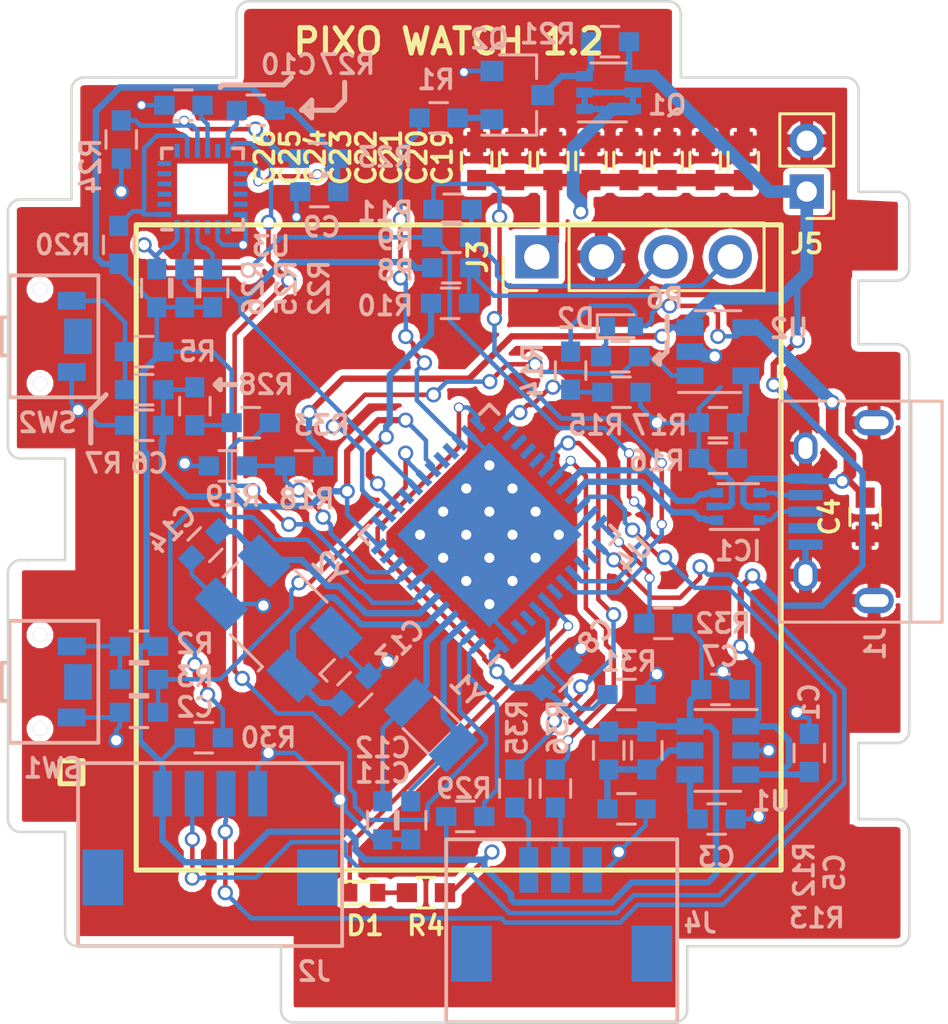
<source format=kicad_pcb>
(kicad_pcb (version 4) (host pcbnew 4.0.6)
  (layers (0 F.Cu signal) (31 B.Cu signal) (34 B.Paste user) (35 F.Paste user) (36 B.SilkS user) (37 F.SilkS user) (38 B.Mask user) (39 F.Mask user) (44 Edge.Cuts user))
  (net 0 "")
  (net 1 "Net-(Q1-Pad1)")
  (net 2 /pixel_watch_top/VCC_TOP)
  (net 3 "Net-(Q2-Pad1)")
  (net 4 GND)
  (net 5 +BATT)
  (net 6 /Sheet5BA0C1D9/Button_LT)
  (net 7 "Net-(C3-Pad1)")
  (net 8 +5V)
  (net 9 "Net-(C5-Pad2)")
  (net 10 +3V3)
  (net 11 /Sheet5BA0C1D9/Button_LB)
  (net 12 "Net-(C10-Pad2)")
  (net 13 "Net-(C11-Pad1)")
  (net 14 "Net-(C12-Pad1)")
  (net 15 "Net-(C13-Pad1)")
  (net 16 "Net-(C14-Pad1)")
  (net 17 "Net-(D1-Pad2)")
  (net 18 /Sheet5BA0C1D9/DEBUG_LED)
  (net 19 "Net-(D2-Pad1)")
  (net 20 /Sheet5BA0C1D9/USB_D+)
  (net 21 /Sheet5BA0C1D9/USB_D-)
  (net 22 /Sheet5BA0C1D9/USBD-)
  (net 23 /Sheet5BA0C1D9/USBD+)
  (net 24 /Sheet5BA0C1D9/SWCLK)
  (net 25 /Sheet5BA0C1D9/SWDIO)
  (net 26 /pixel_watch_top/MOSI_sh)
  (net 27 /pixel_watch_top/CLK_sh)
  (net 28 "Net-(J4-Pad2)")
  (net 29 "Net-(J4-Pad1)")
  (net 30 /pixel_watch_top/RGB_EN_TOP_sh)
  (net 31 "Net-(R2-Pad2)")
  (net 32 "Net-(R5-Pad2)")
  (net 33 /Sheet5BA0C1D9/BATT_CHRG_STAT)
  (net 34 /Sheet5BA0C1D9/I2C3_SCL)
  (net 35 /Sheet5BA0C1D9/I2C3_SDA)
  (net 36 /Sheet5BA0C1D9/SPI1_SCK)
  (net 37 /Sheet5BA0C1D9/SPI1_MOSI)
  (net 38 /Sheet5BA0C1D9/USB_DETECT_INPUT)
  (net 39 "Net-(R16-Pad1)")
  (net 40 /Sheet5BA0C1D9/BATT_VOLT_SENSE)
  (net 41 "Net-(R20-Pad2)")
  (net 42 "Net-(R22-Pad2)")
  (net 43 "Net-(R23-Pad2)")
  (net 44 /Sheet5BA0C1D9/IMU_INT)
  (net 45 "Net-(R29-Pad1)")
  (net 46 "Net-(R30-Pad1)")
  (net 47 "Net-(R31-Pad2)")
  (net 48 "Net-(R32-Pad1)")
  (net 49 "Net-(R33-Pad1)")
  (net 50 /Sheet5BA0C1D9/USART1_TX)
  (net 51 /Sheet5BA0C1D9/USART1_RX)
  (module MEMS:MPU9250 (layer B.Cu) (at 127.91 70.29)
    (fp_text reference U3 (at 2.7 2.25) (layer B.SilkS) (effects (font (size 0.75 0.75)) (justify mirror)))
    (fp_text value MPU-9250)
    (pad 1 smd rect (at -1.5 1) (size 0.55 0.2) (layers B.Cu B.Paste B.Mask) (net 41 "Net-(R20-Pad2)"))
    (pad 2 smd rect (at -1.5 0.6) (size 0.55 0.2) (layers B.Cu B.Paste B.Mask))
    (pad 3 smd rect (at -1.5 0.2) (size 0.55 0.2) (layers B.Cu B.Paste B.Mask))
    (pad 4 smd rect (at -1.5 -0.2) (size 0.55 0.2) (layers B.Cu B.Paste B.Mask))
    (pad 5 smd rect (at -1.5 -0.6) (size 0.55 0.2) (layers B.Cu B.Paste B.Mask))
    (pad 6 smd rect (at -1.5 -1) (size 0.55 0.2) (layers B.Cu B.Paste B.Mask))
    (pad 7 smd rect (at -1 -1.5 270) (size 0.55 0.2) (layers B.Cu B.Paste B.Mask))
    (pad 8 smd rect (at -0.6 -1.5 270) (size 0.55 0.2) (layers B.Cu B.Paste B.Mask) (net 41 "Net-(R20-Pad2)"))
    (pad 9 smd rect (at -0.2 -1.5 270) (size 0.55 0.2) (layers B.Cu B.Paste B.Mask) (net 43 "Net-(R23-Pad2)"))
    (pad 10 smd rect (at 0.2 -1.5 270) (size 0.55 0.2) (layers B.Cu B.Paste B.Mask) (net 12 "Net-(C10-Pad2)"))
    (pad 11 smd rect (at 0.6 -1.5 270) (size 0.55 0.2) (layers B.Cu B.Paste B.Mask))
    (pad 12 smd rect (at 1 -1.5 270) (size 0.55 0.2) (layers B.Cu B.Paste B.Mask) (net 44 /Sheet5BA0C1D9/IMU_INT))
    (pad 13 smd rect (at 1.5 -1) (size 0.55 0.2) (layers B.Cu B.Paste B.Mask) (net 10 +3V3))
    (pad 14 smd rect (at 1.5 -0.6) (size 0.55 0.2) (layers B.Cu B.Paste B.Mask))
    (pad 15 smd rect (at 1.5 -0.2) (size 0.55 0.2) (layers B.Cu B.Paste B.Mask))
    (pad 16 smd rect (at 1.5 0.2) (size 0.55 0.2) (layers B.Cu B.Paste B.Mask))
    (pad 17 smd rect (at 1.5 0.6) (size 0.55 0.2) (layers B.Cu B.Paste B.Mask))
    (pad 18 smd rect (at 1.5 1) (size 0.55 0.2) (layers B.Cu B.Paste B.Mask) (net 4 GND))
    (pad 19 smd rect (at 1 1.5 270) (size 0.55 0.2) (layers B.Cu B.Paste B.Mask))
    (pad 20 smd rect (at 0.6 1.5 270) (size 0.55 0.2) (layers B.Cu B.Paste B.Mask) (net 4 GND))
    (pad 21 smd rect (at 0.2 1.5 270) (size 0.55 0.2) (layers B.Cu B.Paste B.Mask))
    (pad 22 smd rect (at -0.2 1.5 270) (size 0.55 0.2) (layers B.Cu B.Paste B.Mask) (net 42 "Net-(R22-Pad2)"))
    (pad 23 smd rect (at -0.6 1.5 270) (size 0.55 0.2) (layers B.Cu B.Paste B.Mask) (net 34 /Sheet5BA0C1D9/I2C3_SCL))
    (pad 24 smd rect (at -1 1.5 270) (size 0.55 0.2) (layers B.Cu B.Paste B.Mask) (net 35 /Sheet5BA0C1D9/I2C3_SDA))
  )
  (module Connectors:USB_Micro-B (layer B.Cu) (at 153.01 82.99 270)
    (fp_text reference J1 (at 5.2 -1.4 270) (layer B.SilkS) (effects (font (size 0.75 0.75)) (justify mirror)))
    (fp_text value USB_OTG)
    (pad 1 smd rect (at -1.3 1.35 180) (size 1.35 0.4) (layers B.Cu B.Paste B.Mask) (net 8 +5V))
    (pad 2 smd rect (at -0.65 1.35 180) (size 1.35 0.4) (layers B.Cu B.Paste B.Mask) (net 22 /Sheet5BA0C1D9/USBD-))
    (pad 3 smd rect (at 0 1.35 180) (size 1.35 0.4) (layers B.Cu B.Paste B.Mask) (net 23 /Sheet5BA0C1D9/USBD+))
    (pad 4 smd rect (at 0.65 1.35 180) (size 1.35 0.4) (layers B.Cu B.Paste B.Mask))
    (pad 5 smd rect (at 1.3 1.35 180) (size 1.35 0.4) (layers B.Cu B.Paste B.Mask) (net 4 GND))
    (pad 6 thru_hole oval (at -2.5 1.35 180) (size 0.95 1.25) (drill oval 0.55 0.85) (layers *.Cu *.Mask) (net 4 GND))
    (pad 6 thru_hole oval (at 2.5 1.35 180) (size 0.95 1.25) (drill oval 0.55 0.85) (layers *.Cu *.Mask) (net 4 GND))
    (pad 6 thru_hole oval (at -3.5 -1.35 180) (size 1.55 1) (drill oval 1.15 0.5) (layers *.Cu *.Mask) (net 4 GND))
    (pad 6 thru_hole oval (at 3.5 -1.35 180) (size 1.55 1) (drill oval 1.15 0.5) (layers *.Cu *.Mask) (net 4 GND))
  )
  (module Capacitors_SMD:C_0603 (layer F.Cu) (at 149.21 69.19 90)
    (fp_text reference C19 (at 0.15 -11.85 90) (layer F.SilkS) (effects (font (size 0.75 0.75))))
    (fp_text value 10uF)
    (pad 2 smd rect (at 0.75 0 90) (size 0.8 0.75) (layers F.Cu F.Paste F.Mask) (net 4 GND))
    (pad 1 smd rect (at -0.75 0 90) (size 0.8 0.75) (layers F.Cu F.Paste F.Mask) (net 2 /pixel_watch_top/VCC_TOP))
  )
  (module Capacitors_SMD:C_0603 (layer F.Cu) (at 146.21 69.19 90)
    (fp_text reference C21 (at 0.15 -10.85 90) (layer F.SilkS) (effects (font (size 0.75 0.75))))
    (fp_text value 10uF)
    (pad 2 smd rect (at 0.75 0 90) (size 0.8 0.75) (layers F.Cu F.Paste F.Mask) (net 4 GND))
    (pad 1 smd rect (at -0.75 0 90) (size 0.8 0.75) (layers F.Cu F.Paste F.Mask) (net 2 /pixel_watch_top/VCC_TOP))
  )
  (module Capacitors_SMD:C_0603 (layer F.Cu) (at 141.71 69.19 90)
    (fp_text reference C25 (at 0.15 -10.35 90) (layer F.SilkS) (effects (font (size 0.75 0.75))))
    (fp_text value 10uF)
    (pad 2 smd rect (at 0.75 0 90) (size 0.8 0.75) (layers F.Cu F.Paste F.Mask) (net 4 GND))
    (pad 1 smd rect (at -0.75 0 90) (size 0.8 0.75) (layers F.Cu F.Paste F.Mask) (net 2 /pixel_watch_top/VCC_TOP))
  )
  (module Capacitors_SMD:C_0603 (layer F.Cu) (at 147.71 69.19 90)
    (fp_text reference C20 (at 0.15 -11.35 90) (layer F.SilkS) (effects (font (size 0.75 0.75))))
    (fp_text value 10uF)
    (pad 2 smd rect (at 0.75 0 90) (size 0.8 0.75) (layers F.Cu F.Paste F.Mask) (net 4 GND))
    (pad 1 smd rect (at -0.75 0 90) (size 0.8 0.75) (layers F.Cu F.Paste F.Mask) (net 2 /pixel_watch_top/VCC_TOP))
  )
  (module Capacitors_SMD:C_0603 (layer F.Cu) (at 144.71 69.19 90)
    (fp_text reference C22 (at 0.15 -10.35 90) (layer F.SilkS) (effects (font (size 0.75 0.75))))
    (fp_text value 10uF)
    (pad 2 smd rect (at 0.75 0 90) (size 0.8 0.75) (layers F.Cu F.Paste F.Mask) (net 4 GND))
    (pad 1 smd rect (at -0.75 0 90) (size 0.8 0.75) (layers F.Cu F.Paste F.Mask) (net 2 /pixel_watch_top/VCC_TOP))
  )
  (module Capacitors_SMD:C_0603 (layer F.Cu) (at 138.71 69.19 90)
    (fp_text reference C23 (at 0.15 -5.35 90) (layer F.SilkS) (effects (font (size 0.75 0.75))))
    (fp_text value 10uF)
    (pad 2 smd rect (at 0.75 0 90) (size 0.8 0.75) (layers F.Cu F.Paste F.Mask) (net 4 GND))
    (pad 1 smd rect (at -0.75 0 90) (size 0.8 0.75) (layers F.Cu F.Paste F.Mask) (net 2 /pixel_watch_top/VCC_TOP))
  )
  (module Capacitors_SMD:C_0603 (layer F.Cu) (at 143.21 69.19 90)
    (fp_text reference C26 (at 0.15 -12.85 90) (layer F.SilkS) (effects (font (size 0.75 0.75))))
    (fp_text value 10uF)
    (pad 2 smd rect (at 0.75 0 90) (size 0.8 0.75) (layers F.Cu F.Paste F.Mask) (net 4 GND))
    (pad 1 smd rect (at -0.75 0 90) (size 0.8 0.75) (layers F.Cu F.Paste F.Mask) (net 2 /pixel_watch_top/VCC_TOP))
  )
  (module Capacitors_SMD:C_0603 (layer F.Cu) (at 140.21 69.19 90)
    (fp_text reference C24 (at 0.15 -7.85 90) (layer F.SilkS) (effects (font (size 0.75 0.75))))
    (fp_text value 10uF)
    (pad 2 smd rect (at 0.75 0 90) (size 0.8 0.75) (layers F.Cu F.Paste F.Mask) (net 4 GND))
    (pad 1 smd rect (at -0.75 0 90) (size 0.8 0.75) (layers F.Cu F.Paste F.Mask) (net 2 /pixel_watch_top/VCC_TOP))
  )
  (module transistor:SC-70-6-P-CH (layer B.Cu) (at 143.91 66.49)
    (fp_text reference Q1 (at 2.3 0.5) (layer B.SilkS) (effects (font (size 0.75 0.75)) (justify mirror)))
    (fp_text value Q_PMOS_GDS)
    (pad 2 smd rect (at -0.95 0.65) (size 0.65 0.4) (layers B.Cu B.Paste B.Mask) (net 2 /pixel_watch_top/VCC_TOP))
    (pad 1 smd rect (at -0.95 -0.65) (size 0.65 0.4) (layers B.Cu B.Paste B.Mask) (net 1 "Net-(Q1-Pad1)"))
    (pad 2 smd rect (at 0.95 0) (size 0.65 0.4) (layers B.Cu B.Paste B.Mask) (net 2 /pixel_watch_top/VCC_TOP))
    (pad 2 smd rect (at -0.95 0) (size 0.65 0.4) (layers B.Cu B.Paste B.Mask) (net 2 /pixel_watch_top/VCC_TOP))
    (pad 3 smd rect (at 0.95 -0.65) (size 0.65 0.4) (layers B.Cu B.Paste B.Mask) (net 5 +BATT))
    (pad 2 smd rect (at 0.95 0.65) (size 0.65 0.4) (layers B.Cu B.Paste B.Mask) (net 2 /pixel_watch_top/VCC_TOP))
  )
  (module TO_SOT_Packages_SMD:SOT-23 (layer B.Cu) (at 140.31 66.59)
    (fp_text reference Q2 (at -1.1 -2.2 180) (layer B.SilkS) (effects (font (size 0.75 0.75)) (justify mirror)))
    (fp_text value Q_NPN_BEC)
    (pad 1 smd rect (at -1 0.95) (size 0.9 0.8) (layers B.Cu B.Paste B.Mask) (net 3 "Net-(Q2-Pad1)"))
    (pad 2 smd rect (at -1 -0.95) (size 0.9 0.8) (layers B.Cu B.Paste B.Mask) (net 4 GND))
    (pad 3 smd rect (at 1 0) (size 0.9 0.8) (layers B.Cu B.Paste B.Mask) (net 1 "Net-(Q1-Pad1)"))
  )
  (module RES:R_0603 (layer B.Cu) (at 143.96 64.49 180)
    (fp_text reference R21 (at 2.45 0.3 180) (layer B.SilkS) (effects (font (size 0.75 0.75)) (justify mirror)))
    (fp_text value 10K)
    (pad 2 smd rect (at 0.75 0 180) (size 0.8 0.75) (layers B.Cu B.Paste B.Mask) (net 1 "Net-(Q1-Pad1)"))
    (pad 1 smd rect (at -0.75 0 180) (size 0.8 0.75) (layers B.Cu B.Paste B.Mask) (net 5 +BATT))
  )
  (module Pin_Headers:Pin_Header_Straight_1x04_Pitch2.54mm (layer F.Cu) (at 141.08 72.96 90)
    (fp_text reference J3 (at 0 -2.33 90) (layer F.SilkS) (effects (font (size 0.75 0.75))))
    (fp_text value CONN_01X04)
    (pad 1 thru_hole rect (at 0 0 90) (size 1.7 1.7) (drill 1) (layers *.Cu *.Mask) (net 2 /pixel_watch_top/VCC_TOP))
    (pad 2 thru_hole oval (at 0 2.54 90) (size 1.7 1.7) (drill 1) (layers *.Cu *.Mask) (net 4 GND))
    (pad 3 thru_hole oval (at 0 5.08 90) (size 1.7 1.7) (drill 1) (layers *.Cu *.Mask) (net 26 /pixel_watch_top/MOSI_sh))
    (pad 4 thru_hole oval (at 0 7.62 90) (size 1.7 1.7) (drill 1) (layers *.Cu *.Mask) (net 27 /pixel_watch_top/CLK_sh))
  )
  (module Pin_Headers:Pin_Header_Straight_1x02_Pitch2.00mm (layer F.Cu) (at 151.71 70.39 180)
    (fp_text reference J5 (at 0 -2.06 180) (layer F.SilkS) (effects (font (size 0.75 0.75))))
    (fp_text value CONN_01X02)
    (pad 1 thru_hole rect (at 0 0 180) (size 1.35 1.35) (drill 0.8) (layers *.Cu *.Mask) (net 5 +BATT))
    (pad 2 thru_hole oval (at 0 2 180) (size 1.35 1.35) (drill 0.8) (layers *.Cu *.Mask) (net 4 GND))
  )
  (module RES:R_0603 (layer B.Cu) (at 137.21 67.49)
    (fp_text reference R1 (at -0.1 -1.5) (layer B.SilkS) (effects (font (size 0.75 0.75)) (justify mirror)))
    (fp_text value 10K)
    (pad 2 smd rect (at 0.75 0) (size 0.8 0.75) (layers B.Cu B.Paste B.Mask) (net 3 "Net-(Q2-Pad1)"))
    (pad 1 smd rect (at -0.75 0) (size 0.8 0.75) (layers B.Cu B.Paste B.Mask) (net 30 /pixel_watch_top/RGB_EN_TOP_sh))
  )
  (module Capacitors_SMD:C_0603 (layer B.Cu) (at 151.81 92.49 90)
    (fp_text reference C1 (at 2 0 90) (layer B.SilkS) (effects (font (size 0.75 0.75)) (justify mirror)))
    (fp_text value 10uF)
    (pad 2 smd rect (at 0.75 0 90) (size 0.8 0.75) (layers B.Cu B.Paste B.Mask) (net 4 GND))
    (pad 1 smd rect (at -0.75 0 90) (size 0.8 0.75) (layers B.Cu B.Paste B.Mask) (net 5 +BATT))
  )
  (module Capacitors_SMD:C_0603 (layer B.Cu) (at 125.41 90.89 180)
    (fp_text reference C2 (at -2.2 0.2 180) (layer B.SilkS) (effects (font (size 0.75 0.75)) (justify mirror)))
    (fp_text value 0.1uF)
    (pad 2 smd rect (at 0.75 0 180) (size 0.8 0.75) (layers B.Cu B.Paste B.Mask) (net 4 GND))
    (pad 1 smd rect (at -0.75 0 180) (size 0.8 0.75) (layers B.Cu B.Paste B.Mask) (net 6 /Sheet5BA0C1D9/Button_LT))
  )
  (module Capacitors_SMD:C_0603 (layer B.Cu) (at 148.16 95.09)
    (fp_text reference C3 (at 0 1.5) (layer B.SilkS) (effects (font (size 0.75 0.75)) (justify mirror)))
    (fp_text value 0.01uF)
    (pad 2 smd rect (at 0.75 0) (size 0.8 0.75) (layers B.Cu B.Paste B.Mask) (net 4 GND))
    (pad 1 smd rect (at -0.75 0) (size 0.8 0.75) (layers B.Cu B.Paste B.Mask) (net 7 "Net-(C3-Pad1)"))
  )
  (module Capacitors_SMD:C_0603 (layer F.Cu) (at 154.01 83.19 270)
    (fp_text reference C4 (at 0 1.4 270) (layer F.SilkS) (effects (font (size 0.75 0.75))))
    (fp_text value 0.1uF)
    (pad 2 smd rect (at 0.75 0 270) (size 0.8 0.75) (layers F.Cu F.Paste F.Mask) (net 4 GND))
    (pad 1 smd rect (at -0.75 0 270) (size 0.8 0.75) (layers F.Cu F.Paste F.Mask) (net 8 +5V))
  )
  (module Capacitors_SMD:C_0603 (layer B.Cu) (at 145.41 92.39 270)
    (fp_text reference C5 (at 4.8 -7.4 270) (layer B.SilkS) (effects (font (size 0.75 0.75)) (justify mirror)))
    (fp_text value 15pF)
    (pad 2 smd rect (at 0.75 0 270) (size 0.8 0.75) (layers B.Cu B.Paste B.Mask) (net 9 "Net-(C5-Pad2)"))
    (pad 1 smd rect (at -0.75 0 270) (size 0.8 0.75) (layers B.Cu B.Paste B.Mask) (net 10 +3V3))
  )
  (module Capacitors_SMD:C_0603 (layer B.Cu) (at 125.61 79.59 180)
    (fp_text reference C6 (at -0.2 -1.5 180) (layer B.SilkS) (effects (font (size 0.75 0.75)) (justify mirror)))
    (fp_text value 0.1uF)
    (pad 2 smd rect (at 0.75 0 180) (size 0.8 0.75) (layers B.Cu B.Paste B.Mask) (net 4 GND))
    (pad 1 smd rect (at -0.75 0 180) (size 0.8 0.75) (layers B.Cu B.Paste B.Mask) (net 11 /Sheet5BA0C1D9/Button_LB))
  )
  (module Capacitors_SMD:C_0603 (layer B.Cu) (at 148.31 89.99)
    (fp_text reference C7 (at 0 -1.3) (layer B.SilkS) (effects (font (size 0.75 0.75)) (justify mirror)))
    (fp_text value 10uF)
    (pad 2 smd rect (at 0.75 0) (size 0.8 0.75) (layers B.Cu B.Paste B.Mask) (net 4 GND))
    (pad 1 smd rect (at -0.75 0) (size 0.8 0.75) (layers B.Cu B.Paste B.Mask) (net 10 +3V3))
  )
  (module Capacitors_SMD:C_0603 (layer B.Cu) (at 141.81 89.39 45)
    (fp_text reference C8 (at 2.192031 0.070711 45) (layer B.SilkS) (effects (font (size 0.75 0.75)) (justify mirror)))
    (fp_text value 0.1uF)
    (pad 2 smd rect (at 0.75 0 45) (size 0.8 0.75) (layers B.Cu B.Paste B.Mask) (net 4 GND))
    (pad 1 smd rect (at -0.75 0 45) (size 0.8 0.75) (layers B.Cu B.Paste B.Mask) (net 10 +3V3))
  )
  (module Capacitors_SMD:C_0603 (layer B.Cu) (at 132.51 70.39 180)
    (fp_text reference C9 (at -0.1 -1.4 180) (layer B.SilkS) (effects (font (size 0.75 0.75)) (justify mirror)))
    (fp_text value 0.1uF)
    (pad 2 smd rect (at 0.75 0 180) (size 0.8 0.75) (layers B.Cu B.Paste B.Mask) (net 4 GND))
    (pad 1 smd rect (at -0.75 0 180) (size 0.8 0.75) (layers B.Cu B.Paste B.Mask) (net 10 +3V3))
  )
  (module Capacitors_SMD:C_0603 (layer B.Cu) (at 127.16 66.99)
    (fp_text reference C10 (at 4.15 -1.6) (layer B.SilkS) (effects (font (size 0.75 0.75)) (justify mirror)))
    (fp_text value 0.1uF)
    (pad 2 smd rect (at 0.75 0) (size 0.8 0.75) (layers B.Cu B.Paste B.Mask) (net 12 "Net-(C10-Pad2)"))
    (pad 1 smd rect (at -0.75 0) (size 0.8 0.75) (layers B.Cu B.Paste B.Mask) (net 4 GND))
  )
  (module Capacitors_SMD:C_0603 (layer B.Cu) (at 136.11 95.14 270)
    (fp_text reference C11 (at -1.85 1.1 360) (layer B.SilkS) (effects (font (size 0.75 0.75)) (justify mirror)))
    (fp_text value 12.5pF)
    (pad 2 smd rect (at 0.75 0 270) (size 0.8 0.75) (layers B.Cu B.Paste B.Mask) (net 4 GND))
    (pad 1 smd rect (at -0.75 0 270) (size 0.8 0.75) (layers B.Cu B.Paste B.Mask) (net 13 "Net-(C11-Pad1)"))
  )
  (module Capacitors_SMD:C_0603 (layer B.Cu) (at 135.01 95.14 270)
    (fp_text reference C12 (at -2.85 0 360) (layer B.SilkS) (effects (font (size 0.75 0.75)) (justify mirror)))
    (fp_text value 12.5pF)
    (pad 2 smd rect (at 0.75 0 270) (size 0.8 0.75) (layers B.Cu B.Paste B.Mask) (net 4 GND))
    (pad 1 smd rect (at -0.75 0 270) (size 0.8 0.75) (layers B.Cu B.Paste B.Mask) (net 14 "Net-(C12-Pad1)"))
  )
  (module Capacitors_SMD:C_0603 (layer B.Cu) (at 133.91 89.99 45)
    (fp_text reference C13 (at 2.545584 0 45) (layer B.SilkS) (effects (font (size 0.75 0.75)) (justify mirror)))
    (fp_text value 18pF)
    (pad 2 smd rect (at 0.75 0 45) (size 0.8 0.75) (layers B.Cu B.Paste B.Mask) (net 4 GND))
    (pad 1 smd rect (at -0.75 0 45) (size 0.8 0.75) (layers B.Cu B.Paste B.Mask) (net 15 "Net-(C13-Pad1)"))
  )
  (module Capacitors_SMD:C_0603 (layer B.Cu) (at 128.01 84.29 225)
    (fp_text reference C14 (at 0.494975 1.343503 225) (layer B.SilkS) (effects (font (size 0.75 0.75)) (justify mirror)))
    (fp_text value 18pF)
    (pad 2 smd rect (at 0.75 0 225) (size 0.8 0.75) (layers B.Cu B.Paste B.Mask) (net 4 GND))
    (pad 1 smd rect (at -0.75 0 225) (size 0.8 0.75) (layers B.Cu B.Paste B.Mask) (net 16 "Net-(C14-Pad1)"))
  )
  (module LEDs:LED_0402 (layer F.Cu) (at 134.26 97.99)
    (fp_text reference D1 (at 0.05 1.3) (layer F.SilkS) (effects (font (size 0.75 0.75))))
    (fp_text value LED)
    (pad 2 smd rect (at 0.55 0 180) (size 0.6 0.7) (layers F.Cu F.Paste F.Mask) (net 17 "Net-(D1-Pad2)"))
    (pad 1 smd rect (at -0.55 0 180) (size 0.6 0.7) (layers F.Cu F.Paste F.Mask) (net 18 /Sheet5BA0C1D9/DEBUG_LED))
  )
  (module LEDs:LED_0402 (layer B.Cu) (at 144.41 75.69)
    (fp_text reference D2 (at -1.8 -0.3) (layer B.SilkS) (effects (font (size 0.75 0.75)) (justify mirror)))
    (fp_text value LED)
    (pad 2 smd rect (at 0.55 0 180) (size 0.6 0.7) (layers B.Cu B.Paste B.Mask) (net 8 +5V))
    (pad 1 smd rect (at -0.55 0 180) (size 0.6 0.7) (layers B.Cu B.Paste B.Mask) (net 19 "Net-(D2-Pad1)"))
  )
  (module TO_SOT_Packages_SMD:SOT-666 (layer B.Cu) (at 149.01 82.79)
    (fp_text reference IC1 (at 0 1.75) (layer B.SilkS) (effects (font (size 0.75 0.75)) (justify mirror)))
    (fp_text value USBULC6-2P6)
    (pad 1 smd rect (at -0.85 0.5375) (size 0.5 0.375) (layers B.Cu B.Paste B.Mask) (net 20 /Sheet5BA0C1D9/USB_D+))
    (pad 3 smd rect (at -0.85 -0.5375) (size 0.5 0.375) (layers B.Cu B.Paste B.Mask) (net 21 /Sheet5BA0C1D9/USB_D-))
    (pad 5 smd rect (at 0.925 0) (size 0.65 0.3) (layers B.Cu B.Paste B.Mask) (net 8 +5V))
    (pad 2 smd rect (at -0.925 0) (size 0.65 0.3) (layers B.Cu B.Paste B.Mask) (net 4 GND))
    (pad 4 smd rect (at 0.85 -0.5375) (size 0.5 0.375) (layers B.Cu B.Paste B.Mask) (net 22 /Sheet5BA0C1D9/USBD-))
    (pad 6 smd rect (at 0.85 0.5375) (size 0.5 0.375) (layers B.Cu B.Paste B.Mask) (net 23 /Sheet5BA0C1D9/USBD+))
  )
  (module Connectors_custom:DF13A-4P-1.25H (layer B.Cu) (at 128.21 94.09)
    (fp_text reference J2 (at 4.1 7) (layer B.SilkS) (effects (font (size 0.75 0.75)) (justify mirror)))
    (fp_text value CONN_01X04)
    (pad "" smd rect (at 4.225 3.3) (size 1.6 2.2) (layers B.Cu B.Paste B.Mask))
    (pad 4 smd rect (at 1.875 0) (size 0.75 1.8) (layers B.Cu B.Paste B.Mask) (net 4 GND))
    (pad 3 smd rect (at 0.625 0) (size 0.75 1.8) (layers B.Cu B.Paste B.Mask) (net 24 /Sheet5BA0C1D9/SWCLK))
    (pad 2 smd rect (at -0.625 0) (size 0.75 1.8) (layers B.Cu B.Paste B.Mask) (net 25 /Sheet5BA0C1D9/SWDIO))
    (pad 1 smd rect (at -1.875 0) (size 0.75 1.8) (layers B.Cu B.Paste B.Mask) (net 10 +3V3))
    (pad "" smd rect (at -4.225 3.3) (size 1.6 2.2) (layers B.Cu B.Paste B.Mask))
  )
  (module "Connectors_custom:DF13A-3P-1.25H(20)" (layer B.Cu) (at 142.01 97.09)
    (fp_text reference J4 (at 5.5 2.1) (layer B.SilkS) (effects (font (size 0.75 0.75)) (justify mirror)))
    (fp_text value CONN_01X03)
    (pad "" smd rect (at 3.6 3.3) (size 1.6 2.2) (layers B.Cu B.Paste B.Mask))
    (pad 3 smd rect (at 1.25 0) (size 0.75 1.8) (layers B.Cu B.Paste B.Mask) (net 4 GND))
    (pad 2 smd rect (at 0 0) (size 0.75 1.8) (layers B.Cu B.Paste B.Mask) (net 28 "Net-(J4-Pad2)"))
    (pad 1 smd rect (at -1.25 0) (size 0.75 1.8) (layers B.Cu B.Paste B.Mask) (net 29 "Net-(J4-Pad1)"))
    (pad "" smd rect (at -3.5 3.3) (size 1.6 2.2) (layers B.Cu B.Paste B.Mask))
  )
  (module RES:R_0603 (layer B.Cu) (at 125.41 88.29 180)
    (fp_text reference R2 (at -2.2 0.1 180) (layer B.SilkS) (effects (font (size 0.75 0.75)) (justify mirror)))
    (fp_text value 10K)
    (pad 2 smd rect (at 0.75 0 180) (size 0.8 0.75) (layers B.Cu B.Paste B.Mask) (net 31 "Net-(R2-Pad2)"))
    (pad 1 smd rect (at -0.75 0 180) (size 0.8 0.75) (layers B.Cu B.Paste B.Mask) (net 10 +3V3))
  )
  (module RES:R_0603 (layer B.Cu) (at 125.41 89.59 180)
    (fp_text reference R3 (at -2.2 0.1 180) (layer B.SilkS) (effects (font (size 0.75 0.75)) (justify mirror)))
    (fp_text value 1K)
    (pad 2 smd rect (at 0.75 0 180) (size 0.8 0.75) (layers B.Cu B.Paste B.Mask) (net 31 "Net-(R2-Pad2)"))
    (pad 1 smd rect (at -0.75 0 180) (size 0.8 0.75) (layers B.Cu B.Paste B.Mask) (net 6 /Sheet5BA0C1D9/Button_LT))
  )
  (module RES:R_0603 (layer F.Cu) (at 136.71 97.99)
    (fp_text reference R4 (at 0 1.3) (layer F.SilkS) (effects (font (size 0.75 0.75))))
    (fp_text value 470R)
    (pad 2 smd rect (at 0.75 0) (size 0.8 0.75) (layers F.Cu F.Paste F.Mask) (net 10 +3V3))
    (pad 1 smd rect (at -0.75 0) (size 0.8 0.75) (layers F.Cu F.Paste F.Mask) (net 17 "Net-(D1-Pad2)"))
  )
  (module RES:R_0603 (layer B.Cu) (at 125.61 76.69 180)
    (fp_text reference R5 (at -2.1 0 180) (layer B.SilkS) (effects (font (size 0.75 0.75)) (justify mirror)))
    (fp_text value 10K)
    (pad 2 smd rect (at 0.75 0 180) (size 0.8 0.75) (layers B.Cu B.Paste B.Mask) (net 32 "Net-(R5-Pad2)"))
    (pad 1 smd rect (at -0.75 0 180) (size 0.8 0.75) (layers B.Cu B.Paste B.Mask) (net 10 +3V3))
  )
  (module RES:R_0603 (layer B.Cu) (at 144.36 76.89 180)
    (fp_text reference R6 (at -1.75 2.3 180) (layer B.SilkS) (effects (font (size 0.75 0.75)) (justify mirror)))
    (fp_text value 470R)
    (pad 2 smd rect (at 0.75 0 180) (size 0.8 0.75) (layers B.Cu B.Paste B.Mask) (net 19 "Net-(D2-Pad1)"))
    (pad 1 smd rect (at -0.75 0 180) (size 0.8 0.75) (layers B.Cu B.Paste B.Mask) (net 33 /Sheet5BA0C1D9/BATT_CHRG_STAT))
  )
  (module RES:R_0603 (layer B.Cu) (at 125.61 78.19 180)
    (fp_text reference R7 (at 1.6 -2.9 180) (layer B.SilkS) (effects (font (size 0.75 0.75)) (justify mirror)))
    (fp_text value 1K)
    (pad 2 smd rect (at 0.75 0 180) (size 0.8 0.75) (layers B.Cu B.Paste B.Mask) (net 32 "Net-(R5-Pad2)"))
    (pad 1 smd rect (at -0.75 0 180) (size 0.8 0.75) (layers B.Cu B.Paste B.Mask) (net 11 /Sheet5BA0C1D9/Button_LB))
  )
  (module RES:R_0603 (layer B.Cu) (at 137.71 73.39)
    (fp_text reference R8 (at -2.2 0.1) (layer B.SilkS) (effects (font (size 0.75 0.75)) (justify mirror)))
    (fp_text value 10K)
    (pad 2 smd rect (at 0.75 0) (size 0.8 0.75) (layers B.Cu B.Paste B.Mask) (net 27 /pixel_watch_top/CLK_sh))
    (pad 1 smd rect (at -0.75 0) (size 0.8 0.75) (layers B.Cu B.Paste B.Mask) (net 34 /Sheet5BA0C1D9/I2C3_SCL))
  )
  (module RES:R_0603 (layer B.Cu) (at 137.71 72.19)
    (fp_text reference R9 (at -2.2 0.1) (layer B.SilkS) (effects (font (size 0.75 0.75)) (justify mirror)))
    (fp_text value 10K)
    (pad 2 smd rect (at 0.75 0) (size 0.8 0.75) (layers B.Cu B.Paste B.Mask) (net 26 /pixel_watch_top/MOSI_sh))
    (pad 1 smd rect (at -0.75 0) (size 0.8 0.75) (layers B.Cu B.Paste B.Mask) (net 35 /Sheet5BA0C1D9/I2C3_SDA))
  )
  (module RES:R_0603 (layer B.Cu) (at 137.66 74.79)
    (fp_text reference R10 (at -2.55 0.1) (layer B.SilkS) (effects (font (size 0.75 0.75)) (justify mirror)))
    (fp_text value 10K)
    (pad 2 smd rect (at 0.75 0) (size 0.8 0.75) (layers B.Cu B.Paste B.Mask) (net 27 /pixel_watch_top/CLK_sh))
    (pad 1 smd rect (at -0.75 0) (size 0.8 0.75) (layers B.Cu B.Paste B.Mask) (net 36 /Sheet5BA0C1D9/SPI1_SCK))
  )
  (module RES:R_0603 (layer B.Cu) (at 137.76 71.09)
    (fp_text reference R11 (at -2.65 0.1) (layer B.SilkS) (effects (font (size 0.75 0.75)) (justify mirror)))
    (fp_text value 10K)
    (pad 2 smd rect (at 0.75 0) (size 0.8 0.75) (layers B.Cu B.Paste B.Mask) (net 26 /pixel_watch_top/MOSI_sh))
    (pad 1 smd rect (at -0.75 0) (size 0.8 0.75) (layers B.Cu B.Paste B.Mask) (net 37 /Sheet5BA0C1D9/SPI1_MOSI))
  )
  (module RES:R_0603 (layer B.Cu) (at 143.91 92.39 270)
    (fp_text reference R12 (at 4.7 -7.7 270) (layer B.SilkS) (effects (font (size 0.75 0.75)) (justify mirror)))
    (fp_text value 44.2K)
    (pad 2 smd rect (at 0.75 0 270) (size 0.8 0.75) (layers B.Cu B.Paste B.Mask) (net 9 "Net-(C5-Pad2)"))
    (pad 1 smd rect (at -0.75 0 270) (size 0.8 0.75) (layers B.Cu B.Paste B.Mask) (net 10 +3V3))
  )
  (module RES:R_0603 (layer B.Cu) (at 144.61 94.69)
    (fp_text reference R13 (at 7.5 4.3) (layer B.SilkS) (effects (font (size 0.75 0.75)) (justify mirror)))
    (fp_text value 30.1K)
    (pad 2 smd rect (at 0.75 0) (size 0.8 0.75) (layers B.Cu B.Paste B.Mask) (net 4 GND))
    (pad 1 smd rect (at -0.75 0) (size 0.8 0.75) (layers B.Cu B.Paste B.Mask) (net 9 "Net-(C5-Pad2)"))
  )
  (module RES:R_0603 (layer B.Cu) (at 142.41 77.44 270)
    (fp_text reference R14 (at 0 1.5 270) (layer B.SilkS) (effects (font (size 0.75 0.75)) (justify mirror)))
    (fp_text value 19.1K)
    (pad 2 smd rect (at 0.75 0 270) (size 0.8 0.75) (layers B.Cu B.Paste B.Mask) (net 38 /Sheet5BA0C1D9/USB_DETECT_INPUT))
    (pad 1 smd rect (at -0.75 0 270) (size 0.8 0.75) (layers B.Cu B.Paste B.Mask) (net 8 +5V))
  )
  (module RES:R_0603 (layer B.Cu) (at 144.41 78.29)
    (fp_text reference R15 (at -1 1.3) (layer B.SilkS) (effects (font (size 0.75 0.75)) (justify mirror)))
    (fp_text value 10K)
    (pad 2 smd rect (at 0.75 0) (size 0.8 0.75) (layers B.Cu B.Paste B.Mask) (net 4 GND))
    (pad 1 smd rect (at -0.75 0) (size 0.8 0.75) (layers B.Cu B.Paste B.Mask) (net 38 /Sheet5BA0C1D9/USB_DETECT_INPUT))
  )
  (module RES:R_0603 (layer B.Cu) (at 148.21 80.89 180)
    (fp_text reference R16 (at 2.4 -0.1 180) (layer B.SilkS) (effects (font (size 0.75 0.75)) (justify mirror)))
    (fp_text value 2.5K)
    (pad 2 smd rect (at 0.75 0 180) (size 0.8 0.75) (layers B.Cu B.Paste B.Mask) (net 4 GND))
    (pad 1 smd rect (at -0.75 0 180) (size 0.8 0.75) (layers B.Cu B.Paste B.Mask) (net 39 "Net-(R16-Pad1)"))
  )
  (module RES:R_0603 (layer B.Cu) (at 148.21 79.49 180)
    (fp_text reference R17 (at 2.3 -0.1 180) (layer B.SilkS) (effects (font (size 0.75 0.75)) (justify mirror)))
    (fp_text value 10K)
    (pad 2 smd rect (at 0.75 0 180) (size 0.8 0.75) (layers B.Cu B.Paste B.Mask) (net 4 GND))
    (pad 1 smd rect (at -0.75 0 180) (size 0.8 0.75) (layers B.Cu B.Paste B.Mask) (net 39 "Net-(R16-Pad1)"))
  )
  (module RES:R_0603 (layer B.Cu) (at 131.91 81.19 180)
    (fp_text reference R18 (at -0.1 -1.3 180) (layer B.SilkS) (effects (font (size 0.75 0.75)) (justify mirror)))
    (fp_text value 10K)
    (pad 2 smd rect (at 0.75 0 180) (size 0.8 0.75) (layers B.Cu B.Paste B.Mask) (net 40 /Sheet5BA0C1D9/BATT_VOLT_SENSE))
    (pad 1 smd rect (at -0.75 0 180) (size 0.8 0.75) (layers B.Cu B.Paste B.Mask) (net 5 +BATT))
  )
  (module RES:R_0603 (layer B.Cu) (at 128.91 81.19 180)
    (fp_text reference R19 (at -0.2 -1.2 180) (layer B.SilkS) (effects (font (size 0.75 0.75)) (justify mirror)))
    (fp_text value 10K)
    (pad 2 smd rect (at 0.75 0 180) (size 0.8 0.75) (layers B.Cu B.Paste B.Mask) (net 4 GND))
    (pad 1 smd rect (at -0.75 0 180) (size 0.8 0.75) (layers B.Cu B.Paste B.Mask) (net 40 /Sheet5BA0C1D9/BATT_VOLT_SENSE))
  )
  (module RES:R_0603 (layer B.Cu) (at 124.61 72.49 90)
    (fp_text reference R20 (at 0 -2.2 180) (layer B.SilkS) (effects (font (size 0.75 0.75)) (justify mirror)))
    (fp_text value 0R)
    (pad 2 smd rect (at 0.75 0 90) (size 0.8 0.75) (layers B.Cu B.Paste B.Mask) (net 41 "Net-(R20-Pad2)"))
    (pad 1 smd rect (at -0.75 0 90) (size 0.8 0.75) (layers B.Cu B.Paste B.Mask) (net 10 +3V3))
  )
  (module RES:R_0603 (layer B.Cu) (at 128.31 74.19 90)
    (fp_text reference R22 (at 0 4.2 90) (layer B.SilkS) (effects (font (size 0.75 0.75)) (justify mirror)))
    (fp_text value 10K)
    (pad 2 smd rect (at 0.75 0 90) (size 0.8 0.75) (layers B.Cu B.Paste B.Mask) (net 42 "Net-(R22-Pad2)"))
    (pad 1 smd rect (at -0.75 0 90) (size 0.8 0.75) (layers B.Cu B.Paste B.Mask) (net 10 +3V3))
  )
  (module RES:R_0603 (layer B.Cu) (at 132.46 69.09 180)
    (fp_text reference R23 (at -2.65 0.05 360) (layer B.SilkS) (effects (font (size 0.75 0.75)) (justify mirror)))
    (fp_text value 10K)
    (pad 2 smd rect (at 0.75 0 180) (size 0.8 0.75) (layers B.Cu B.Paste B.Mask) (net 43 "Net-(R23-Pad2)"))
    (pad 1 smd rect (at -0.75 0 180) (size 0.8 0.75) (layers B.Cu B.Paste B.Mask) (net 10 +3V3))
  )
  (module RES:R_0603 (layer B.Cu) (at 124.71 68.34 270)
    (fp_text reference R24 (at 1.05 1.2 270) (layer B.SilkS) (effects (font (size 0.75 0.75)) (justify mirror)))
    (fp_text value 0R)
    (pad 2 smd rect (at 0.75 0 270) (size 0.8 0.75) (layers B.Cu B.Paste B.Mask) (net 4 GND))
    (pad 1 smd rect (at -0.75 0 270) (size 0.8 0.75) (layers B.Cu B.Paste B.Mask) (net 43 "Net-(R23-Pad2)"))
  )
  (module RES:R_0603 (layer B.Cu) (at 127.21 74.19 90)
    (fp_text reference R25 (at 0 4 90) (layer B.SilkS) (effects (font (size 0.75 0.75)) (justify mirror)))
    (fp_text value 4.7K)
    (pad 2 smd rect (at 0.75 0 90) (size 0.8 0.75) (layers B.Cu B.Paste B.Mask) (net 34 /Sheet5BA0C1D9/I2C3_SCL))
    (pad 1 smd rect (at -0.75 0 90) (size 0.8 0.75) (layers B.Cu B.Paste B.Mask) (net 10 +3V3))
  )
  (module RES:R_0603 (layer B.Cu) (at 126.11 74.19 90)
    (fp_text reference R26 (at 0 3.8 90) (layer B.SilkS) (effects (font (size 0.75 0.75)) (justify mirror)))
    (fp_text value 4.7K)
    (pad 2 smd rect (at 0.75 0 90) (size 0.8 0.75) (layers B.Cu B.Paste B.Mask) (net 35 /Sheet5BA0C1D9/I2C3_SDA))
    (pad 1 smd rect (at -0.75 0 90) (size 0.8 0.75) (layers B.Cu B.Paste B.Mask) (net 10 +3V3))
  )
  (module RES:R_0603 (layer B.Cu) (at 130.01 67.19 180)
    (fp_text reference R27 (at -3.6 1.8 180) (layer B.SilkS) (effects (font (size 0.75 0.75)) (justify mirror)))
    (fp_text value 10K)
    (pad 2 smd rect (at 0.75 0 180) (size 0.8 0.75) (layers B.Cu B.Paste B.Mask) (net 44 /Sheet5BA0C1D9/IMU_INT))
    (pad 1 smd rect (at -0.75 0 180) (size 0.8 0.75) (layers B.Cu B.Paste B.Mask) (net 10 +3V3))
  )
  (module RES:R_0603 (layer B.Cu) (at 127.61 78.84 90)
    (fp_text reference R28 (at 0.85 2.8 180) (layer B.SilkS) (effects (font (size 0.75 0.75)) (justify mirror)))
    (fp_text value 10K)
    (pad 2 smd rect (at 0.75 0 90) (size 0.8 0.75) (layers B.Cu B.Paste B.Mask) (net 11 /Sheet5BA0C1D9/Button_LB))
    (pad 1 smd rect (at -0.75 0 90) (size 0.8 0.75) (layers B.Cu B.Paste B.Mask) (net 10 +3V3))
  )
  (module RES:R_0603 (layer B.Cu) (at 138.26 94.99 180)
    (fp_text reference R29 (at 0.05 1.1 180) (layer B.SilkS) (effects (font (size 0.75 0.75)) (justify mirror)))
    (fp_text value 10K)
    (pad 2 smd rect (at 0.75 0 180) (size 0.8 0.75) (layers B.Cu B.Paste B.Mask) (net 10 +3V3))
    (pad 1 smd rect (at -0.75 0 180) (size 0.8 0.75) (layers B.Cu B.Paste B.Mask) (net 45 "Net-(R29-Pad1)"))
  )
  (module RES:R_0603 (layer B.Cu) (at 127.96 91.89 180)
    (fp_text reference R30 (at -2.55 0 180) (layer B.SilkS) (effects (font (size 0.75 0.75)) (justify mirror)))
    (fp_text value 10K)
    (pad 2 smd rect (at 0.75 0 180) (size 0.8 0.75) (layers B.Cu B.Paste B.Mask) (net 10 +3V3))
    (pad 1 smd rect (at -0.75 0 180) (size 0.8 0.75) (layers B.Cu B.Paste B.Mask) (net 46 "Net-(R30-Pad1)"))
  )
  (module RES:R_0603 (layer B.Cu) (at 144.61 90.19 180)
    (fp_text reference R31 (at -0.1 1.3 180) (layer B.SilkS) (effects (font (size 0.75 0.75)) (justify mirror)))
    (fp_text value 10K)
    (pad 2 smd rect (at 0.75 0 180) (size 0.8 0.75) (layers B.Cu B.Paste B.Mask) (net 47 "Net-(R31-Pad2)"))
    (pad 1 smd rect (at -0.75 0 180) (size 0.8 0.75) (layers B.Cu B.Paste B.Mask) (net 4 GND))
  )
  (module RES:R_0603 (layer B.Cu) (at 146.06 87.39)
    (fp_text reference R32 (at 2.35 0) (layer B.SilkS) (effects (font (size 0.75 0.75)) (justify mirror)))
    (fp_text value 0R)
    (pad 2 smd rect (at 0.75 0) (size 0.8 0.75) (layers B.Cu B.Paste B.Mask) (net 10 +3V3))
    (pad 1 smd rect (at -0.75 0) (size 0.8 0.75) (layers B.Cu B.Paste B.Mask) (net 48 "Net-(R32-Pad1)"))
  )
  (module RES:R_0603 (layer B.Cu) (at 129.81 79.49 180)
    (fp_text reference R33 (at -2.8 -0.1 180) (layer B.SilkS) (effects (font (size 0.75 0.75)) (justify mirror)))
    (fp_text value 0R)
    (pad 2 smd rect (at 0.75 0 180) (size 0.8 0.75) (layers B.Cu B.Paste B.Mask) (net 10 +3V3))
    (pad 1 smd rect (at -0.75 0 180) (size 0.8 0.75) (layers B.Cu B.Paste B.Mask) (net 49 "Net-(R33-Pad1)"))
  )
  (module RES:R_0603 (layer B.Cu) (at 140.21 93.89 90)
    (fp_text reference R35 (at 2.4 0.1 90) (layer B.SilkS) (effects (font (size 0.75 0.75)) (justify mirror)))
    (fp_text value 1K)
    (pad 2 smd rect (at 0.75 0 90) (size 0.8 0.75) (layers B.Cu B.Paste B.Mask) (net 50 /Sheet5BA0C1D9/USART1_TX))
    (pad 1 smd rect (at -0.75 0 90) (size 0.8 0.75) (layers B.Cu B.Paste B.Mask) (net 29 "Net-(J4-Pad1)"))
  )
  (module RES:R_0603 (layer B.Cu) (at 141.81 93.89 90)
    (fp_text reference R36 (at 2.4 0.1 90) (layer B.SilkS) (effects (font (size 0.75 0.75)) (justify mirror)))
    (fp_text value 1K)
    (pad 2 smd rect (at 0.75 0 90) (size 0.8 0.75) (layers B.Cu B.Paste B.Mask) (net 51 /Sheet5BA0C1D9/USART1_RX))
    (pad 1 smd rect (at -0.75 0 90) (size 0.8 0.75) (layers B.Cu B.Paste B.Mask) (net 28 "Net-(J4-Pad2)"))
  )
  (module SWITCHES:P17065CT-ND (layer B.Cu) (at 123.01 89.69 180)
    (fp_text reference SW1 (at 1 -3.4 180) (layer B.SilkS) (effects (font (size 0.75 0.75)) (justify mirror)))
    (fp_text value SW_Push)
    (pad "" smd rect (at 0 0 180) (size 1.1 1.4) (layers B.Cu B.Paste B.Mask))
    (pad 2 smd rect (at 0.25 1.4 180) (size 1.1 0.7) (layers B.Cu B.Paste B.Mask) (net 31 "Net-(R2-Pad2)"))
    (pad 1 smd rect (at 0.25 -1.4 180) (size 1.1 0.7) (layers B.Cu B.Paste B.Mask) (net 4 GND))
    (pad "" thru_hole circle (at 1.5 1.85 180) (size 0.55 0.55) (drill 0.55) (layers *.Cu *.Mask))
    (pad "" thru_hole circle (at 1.5 -1.85 180) (size 0.55 0.55) (drill 0.55) (layers *.Cu *.Mask))
  )
  (module SWITCHES:P17065CT-ND (layer B.Cu) (at 123.01 76.09 180)
    (fp_text reference SW2 (at 1.2 -3.4 180) (layer B.SilkS) (effects (font (size 0.75 0.75)) (justify mirror)))
    (fp_text value SW_Push)
    (pad "" smd rect (at 0 0 180) (size 1.1 1.4) (layers B.Cu B.Paste B.Mask))
    (pad 2 smd rect (at 0.25 1.4 180) (size 1.1 0.7) (layers B.Cu B.Paste B.Mask) (net 32 "Net-(R5-Pad2)"))
    (pad 1 smd rect (at 0.25 -1.4 180) (size 1.1 0.7) (layers B.Cu B.Paste B.Mask) (net 4 GND))
    (pad "" thru_hole circle (at 1.5 1.85 180) (size 0.55 0.55) (drill 0.55) (layers *.Cu *.Mask))
    (pad "" thru_hole circle (at 1.5 -1.85 180) (size 0.55 0.55) (drill 0.55) (layers *.Cu *.Mask))
  )
  (module TO_SOT_Packages_SMD:SOT-23-6 (layer B.Cu) (at 148.21 92.39 180)
    (fp_text reference U1 (at -2.1 -2 180) (layer B.SilkS) (effects (font (size 0.75 0.75)) (justify mirror)))
    (fp_text value TPS79301)
    (pad 1 smd rect (at -1.1 0.95 180) (size 1.06 0.65) (layers B.Cu B.Paste B.Mask) (net 5 +BATT))
    (pad 2 smd rect (at -1.1 0 180) (size 1.06 0.65) (layers B.Cu B.Paste B.Mask) (net 4 GND))
    (pad 3 smd rect (at -1.1 -0.95 180) (size 1.06 0.65) (layers B.Cu B.Paste B.Mask) (net 5 +BATT))
    (pad 4 smd rect (at 1.1 -0.95 180) (size 1.06 0.65) (layers B.Cu B.Paste B.Mask) (net 7 "Net-(C3-Pad1)"))
    (pad 6 smd rect (at 1.1 0.95 180) (size 1.06 0.65) (layers B.Cu B.Paste B.Mask) (net 10 +3V3))
    (pad 5 smd rect (at 1.1 0 180) (size 1.06 0.65) (layers B.Cu B.Paste B.Mask) (net 9 "Net-(C5-Pad2)"))
  )
  (module TO_SOT_Packages_SMD:SOT-23-5 (layer B.Cu) (at 148.21 76.69)
    (fp_text reference U2 (at 2.8 -0.9) (layer B.SilkS) (effects (font (size 0.75 0.75)) (justify mirror)))
    (fp_text value MPC73831)
    (pad 1 smd rect (at -1.1 0.95) (size 1.06 0.65) (layers B.Cu B.Paste B.Mask) (net 33 /Sheet5BA0C1D9/BATT_CHRG_STAT))
    (pad 2 smd rect (at -1.1 0) (size 1.06 0.65) (layers B.Cu B.Paste B.Mask) (net 4 GND))
    (pad 3 smd rect (at -1.1 -0.95) (size 1.06 0.65) (layers B.Cu B.Paste B.Mask) (net 5 +BATT))
    (pad 4 smd rect (at 1.1 -0.95) (size 1.06 0.65) (layers B.Cu B.Paste B.Mask) (net 8 +5V))
    (pad 5 smd rect (at 1.1 0.95) (size 1.06 0.65) (layers B.Cu B.Paste B.Mask) (net 39 "Net-(R16-Pad1)"))
  )
  (module Housings_DFN_QFN:QFN-48-1EP_7x7mm_Pitch0.5mm (layer B.Cu) (at 139.21 83.9004 45)
    (fp_text reference U4 (at 3.472177 4.58884 45) (layer B.SilkS) (effects (font (size 0.75 0.75)) (justify mirror)))
    (fp_text value "STM32L452C(C-E)Ux_u")
    (pad 1 smd rect (at -3.4 2.75 45) (size 0.7 0.25) (layers B.Cu B.Paste B.Mask) (net 45 "Net-(R29-Pad1)"))
    (pad 2 smd rect (at -3.4 2.25 45) (size 0.7 0.25) (layers B.Cu B.Paste B.Mask) (net 44 /Sheet5BA0C1D9/IMU_INT))
    (pad 3 smd rect (at -3.4 1.75 45) (size 0.7 0.25) (layers B.Cu B.Paste B.Mask) (net 13 "Net-(C11-Pad1)"))
    (pad 4 smd rect (at -3.4 1.25 45) (size 0.7 0.25) (layers B.Cu B.Paste B.Mask) (net 14 "Net-(C12-Pad1)"))
    (pad 5 smd rect (at -3.4 0.75 45) (size 0.7 0.25) (layers B.Cu B.Paste B.Mask) (net 15 "Net-(C13-Pad1)"))
    (pad 6 smd rect (at -3.4 0.25 45) (size 0.7 0.25) (layers B.Cu B.Paste B.Mask) (net 16 "Net-(C14-Pad1)"))
    (pad 7 smd rect (at -3.4 -0.25 45) (size 0.7 0.25) (layers B.Cu B.Paste B.Mask) (net 46 "Net-(R30-Pad1)"))
    (pad 8 smd rect (at -3.4 -0.75 45) (size 0.7 0.25) (layers B.Cu B.Paste B.Mask) (net 4 GND))
    (pad 9 smd rect (at -3.4 -1.25 45) (size 0.7 0.25) (layers B.Cu B.Paste B.Mask) (net 49 "Net-(R33-Pad1)"))
    (pad 10 smd rect (at -3.4 -1.75 45) (size 0.7 0.25) (layers B.Cu B.Paste B.Mask) (net 40 /Sheet5BA0C1D9/BATT_VOLT_SENSE))
    (pad 11 smd rect (at -3.4 -2.25 45) (size 0.7 0.25) (layers B.Cu B.Paste B.Mask))
    (pad 12 smd rect (at -3.4 -2.75 45) (size 0.7 0.25) (layers B.Cu B.Paste B.Mask) (net 11 /Sheet5BA0C1D9/Button_LB))
    (pad 13 smd rect (at -2.75 -3.4 315) (size 0.7 0.25) (layers B.Cu B.Paste B.Mask))
    (pad 14 smd rect (at -2.25 -3.4 315) (size 0.7 0.25) (layers B.Cu B.Paste B.Mask) (net 33 /Sheet5BA0C1D9/BATT_CHRG_STAT))
    (pad 15 smd rect (at -1.75 -3.4 315) (size 0.7 0.25) (layers B.Cu B.Paste B.Mask) (net 36 /Sheet5BA0C1D9/SPI1_SCK))
    (pad 16 smd rect (at -1.25 -3.4 315) (size 0.7 0.25) (layers B.Cu B.Paste B.Mask))
    (pad 17 smd rect (at -0.75 -3.4 315) (size 0.7 0.25) (layers B.Cu B.Paste B.Mask) (net 34 /Sheet5BA0C1D9/I2C3_SCL))
    (pad 18 smd rect (at -0.25 -3.4 315) (size 0.7 0.25) (layers B.Cu B.Paste B.Mask) (net 6 /Sheet5BA0C1D9/Button_LT))
    (pad 19 smd rect (at 0.25 -3.4 315) (size 0.7 0.25) (layers B.Cu B.Paste B.Mask) (net 11 /Sheet5BA0C1D9/Button_LB))
    (pad 20 smd rect (at 0.75 -3.4 315) (size 0.7 0.25) (layers B.Cu B.Paste B.Mask))
    (pad 21 smd rect (at 1.25 -3.4 315) (size 0.7 0.25) (layers B.Cu B.Paste B.Mask))
    (pad 22 smd rect (at 1.75 -3.4 315) (size 0.7 0.25) (layers B.Cu B.Paste B.Mask) (net 30 /pixel_watch_top/RGB_EN_TOP_sh))
    (pad 23 smd rect (at 2.25 -3.4 315) (size 0.7 0.25) (layers B.Cu B.Paste B.Mask) (net 4 GND))
    (pad 24 smd rect (at 2.75 -3.4 315) (size 0.7 0.25) (layers B.Cu B.Paste B.Mask) (net 10 +3V3))
    (pad 25 smd rect (at 3.4 -2.75 45) (size 0.7 0.25) (layers B.Cu B.Paste B.Mask) (net 38 /Sheet5BA0C1D9/USB_DETECT_INPUT))
    (pad 26 smd rect (at 3.4 -2.25 45) (size 0.7 0.25) (layers B.Cu B.Paste B.Mask))
    (pad 27 smd rect (at 3.4 -1.75 45) (size 0.7 0.25) (layers B.Cu B.Paste B.Mask))
    (pad 28 smd rect (at 3.4 -1.25 45) (size 0.7 0.25) (layers B.Cu B.Paste B.Mask))
    (pad 29 smd rect (at 3.4 -0.75 45) (size 0.7 0.25) (layers B.Cu B.Paste B.Mask))
    (pad 30 smd rect (at 3.4 -0.25 45) (size 0.7 0.25) (layers B.Cu B.Paste B.Mask) (net 50 /Sheet5BA0C1D9/USART1_TX))
    (pad 31 smd rect (at 3.4 0.25 45) (size 0.7 0.25) (layers B.Cu B.Paste B.Mask) (net 51 /Sheet5BA0C1D9/USART1_RX))
    (pad 32 smd rect (at 3.4 0.75 45) (size 0.7 0.25) (layers B.Cu B.Paste B.Mask) (net 21 /Sheet5BA0C1D9/USB_D-))
    (pad 33 smd rect (at 3.4 1.25 45) (size 0.7 0.25) (layers B.Cu B.Paste B.Mask) (net 20 /Sheet5BA0C1D9/USB_D+))
    (pad 34 smd rect (at 3.4 1.75 45) (size 0.7 0.25) (layers B.Cu B.Paste B.Mask) (net 25 /Sheet5BA0C1D9/SWDIO))
    (pad 35 smd rect (at 3.4 2.25 45) (size 0.7 0.25) (layers B.Cu B.Paste B.Mask) (net 4 GND))
    (pad 36 smd rect (at 3.4 2.75 45) (size 0.7 0.25) (layers B.Cu B.Paste B.Mask) (net 48 "Net-(R32-Pad1)"))
    (pad 37 smd rect (at 2.75 3.4 315) (size 0.7 0.25) (layers B.Cu B.Paste B.Mask) (net 24 /Sheet5BA0C1D9/SWCLK))
    (pad 38 smd rect (at 2.25 3.4 315) (size 0.7 0.25) (layers B.Cu B.Paste B.Mask))
    (pad 39 smd rect (at 1.75 3.4 315) (size 0.7 0.25) (layers B.Cu B.Paste B.Mask))
    (pad 40 smd rect (at 1.25 3.4 315) (size 0.7 0.25) (layers B.Cu B.Paste B.Mask) (net 35 /Sheet5BA0C1D9/I2C3_SDA))
    (pad 41 smd rect (at 0.75 3.4 315) (size 0.7 0.25) (layers B.Cu B.Paste B.Mask) (net 37 /Sheet5BA0C1D9/SPI1_MOSI))
    (pad 42 smd rect (at 0.25 3.4 315) (size 0.7 0.25) (layers B.Cu B.Paste B.Mask))
    (pad 43 smd rect (at -0.25 3.4 315) (size 0.7 0.25) (layers B.Cu B.Paste B.Mask) (net 18 /Sheet5BA0C1D9/DEBUG_LED))
    (pad 44 smd rect (at -0.75 3.4 315) (size 0.7 0.25) (layers B.Cu B.Paste B.Mask) (net 47 "Net-(R31-Pad2)"))
    (pad 45 smd rect (at -1.25 3.4 315) (size 0.7 0.25) (layers B.Cu B.Paste B.Mask))
    (pad 46 smd rect (at -1.75 3.4 315) (size 0.7 0.25) (layers B.Cu B.Paste B.Mask))
    (pad 47 smd rect (at -2.25 3.4 315) (size 0.7 0.25) (layers B.Cu B.Paste B.Mask) (net 4 GND))
    (pad 48 smd rect (at -2.75 3.4 315) (size 0.7 0.25) (layers B.Cu B.Paste B.Mask) (net 10 +3V3))
    (pad 49 smd rect (at 1.93125 -1.93125 45) (size 1.2875 1.2875) (layers B.Cu B.Paste B.Mask) (net 4 GND))
    (pad 49 smd rect (at 1.93125 -0.64375 45) (size 1.2875 1.2875) (layers B.Cu B.Paste B.Mask) (net 4 GND))
    (pad 49 smd rect (at 1.93125 0.64375 45) (size 1.2875 1.2875) (layers B.Cu B.Paste B.Mask) (net 4 GND))
    (pad 49 smd rect (at 1.93125 1.93125 45) (size 1.2875 1.2875) (layers B.Cu B.Paste B.Mask) (net 4 GND))
    (pad 49 smd rect (at 0.64375 -1.93125 45) (size 1.2875 1.2875) (layers B.Cu B.Paste B.Mask) (net 4 GND))
    (pad 49 smd rect (at 0.64375 -0.64375 45) (size 1.2875 1.2875) (layers B.Cu B.Paste B.Mask) (net 4 GND))
    (pad 49 smd rect (at 0.64375 0.64375 45) (size 1.2875 1.2875) (layers B.Cu B.Paste B.Mask) (net 4 GND))
    (pad 49 smd rect (at 0.64375 1.93125 45) (size 1.2875 1.2875) (layers B.Cu B.Paste B.Mask) (net 4 GND))
    (pad 49 smd rect (at -0.64375 -1.93125 45) (size 1.2875 1.2875) (layers B.Cu B.Paste B.Mask) (net 4 GND))
    (pad 49 smd rect (at -0.64375 -0.64375 45) (size 1.2875 1.2875) (layers B.Cu B.Paste B.Mask) (net 4 GND))
    (pad 49 smd rect (at -0.64375 0.64375 45) (size 1.2875 1.2875) (layers B.Cu B.Paste B.Mask) (net 4 GND))
    (pad 49 smd rect (at -0.64375 1.93125 45) (size 1.2875 1.2875) (layers B.Cu B.Paste B.Mask) (net 4 GND))
    (pad 49 smd rect (at -1.93125 -1.93125 45) (size 1.2875 1.2875) (layers B.Cu B.Paste B.Mask) (net 4 GND))
    (pad 49 smd rect (at -1.93125 -0.64375 45) (size 1.2875 1.2875) (layers B.Cu B.Paste B.Mask) (net 4 GND))
    (pad 49 smd rect (at -1.93125 0.64375 45) (size 1.2875 1.2875) (layers B.Cu B.Paste B.Mask) (net 4 GND))
    (pad 49 smd rect (at -1.93125 1.93125 45) (size 1.2875 1.2875) (layers B.Cu B.Paste B.Mask) (net 4 GND))
  )
  (module Crystals:Crystal_SMD_3215-2pin_3.2x1.5mm (layer B.Cu) (at 136.91 91.39 135)
    (fp_text reference Y1 (at 0 2 135) (layer B.SilkS) (effects (font (size 0.75 0.75)) (justify mirror)))
    (fp_text value "32.768 KHz")
    (pad 1 smd rect (at 1.25 0 135) (size 1 1.8) (layers B.Cu B.Paste B.Mask) (net 14 "Net-(C12-Pad1)"))
    (pad 2 smd rect (at -1.25 0 135) (size 1 1.8) (layers B.Cu B.Paste B.Mask) (net 13 "Net-(C11-Pad1)"))
  )
  (module Crystals:Crystal_SMD_Abracon_ABM3B-4pin_5.0x3.2mm (layer B.Cu) (at 130.91 87.19 135)
    (fp_text reference Y2 (at 0 2.8 135) (layer B.SilkS) (effects (font (size 0.75 0.75)) (justify mirror)))
    (fp_text value 8.0MHz)
    (pad 1 smd rect (at -2 -1.2 135) (size 1.8 1.2) (layers B.Cu B.Paste B.Mask) (net 15 "Net-(C13-Pad1)"))
    (pad 2 smd rect (at 2 -1.2 135) (size 1.8 1.2) (layers B.Cu B.Paste B.Mask) (net 4 GND))
    (pad 3 smd rect (at 2 1.2 135) (size 1.8 1.2) (layers B.Cu B.Paste B.Mask) (net 16 "Net-(C14-Pad1)"))
    (pad 4 smd rect (at -2 1.2 135) (size 1.8 1.2) (layers B.Cu B.Paste B.Mask) (net 4 GND))
  )
  (gr_line (start 145.91 77.19) (end 145.71 76.99) (layer B.SilkS) (width 0.2))
  (gr_line (start 145.91 76.79) (end 145.91 77.19) (layer B.SilkS) (width 0.2))
  (gr_line (start 145.71 76.99) (end 145.91 76.79) (layer B.SilkS) (width 0.2))
  (gr_line (start 145.91 76.99) (end 145.71 76.99) (layer B.SilkS) (width 0.2))
  (gr_line (start 146.21 76.69) (end 145.91 76.99) (layer B.SilkS) (width 0.2))
  (gr_line (start 146.21 76.39) (end 146.21 76.69) (layer B.SilkS) (width 0.2))
  (gr_line (start 146.21 75.29) (end 146.21 76.39) (layer B.SilkS) (width 0.2))
  (gr_line (start 128.61 78.19) (end 128.61 77.89) (angle 90) (layer B.SilkS) (width 0.2))
  (gr_line (start 128.41 77.99) (end 128.61 78.19) (angle 90) (layer B.SilkS) (width 0.2))
  (gr_line (start 128.61 77.79) (end 128.41 77.99) (angle 90) (layer B.SilkS) (width 0.2))
  (gr_line (start 128.41 77.99) (end 128.61 77.79) (angle 90) (layer B.SilkS) (width 0.2))
  (gr_line (start 129.21 77.99) (end 128.41 77.99) (angle 90) (layer B.SilkS) (width 0.2))
  (gr_line (start 123.51 78.99) (end 124.11 78.39) (angle 90) (layer B.SilkS) (width 0.2))
  (gr_line (start 123.51 80.29) (end 123.51 78.99) (angle 90) (layer B.SilkS) (width 0.2))
  (gr_line (start 128.71 66.19) (end 128.61 66.29) (angle 90) (layer B.SilkS) (width 0.2))
  (gr_line (start 131.11 66.19) (end 128.71 66.19) (angle 90) (layer B.SilkS) (width 0.2))
  (gr_line (start 131.41 65.89) (end 131.11 66.19) (angle 90) (layer B.SilkS) (width 0.2))
  (gr_line (start 132.21 67.49) (end 131.91 67.19) (angle 90) (layer B.SilkS) (width 0.2))
  (gr_line (start 132.21 66.79) (end 132.21 67.49) (angle 90) (layer B.SilkS) (width 0.2))
  (gr_line (start 131.81 67.19) (end 132.21 66.79) (angle 90) (layer B.SilkS) (width 0.2))
  (gr_line (start 133.11 67.19) (end 131.81 67.19) (angle 90) (layer B.SilkS) (width 0.2))
  (gr_line (start 133.51 66.79) (end 133.11 67.19) (angle 90) (layer B.SilkS) (width 0.2))
  (gr_line (start 133.51 66.09) (end 133.51 66.79) (angle 90) (layer B.SilkS) (width 0.2))
  (gr_line (start 135.6 103.1) (end 142.4 103.1) (angle 90) (layer Edge.Cuts) (width 0.1))
  (gr_line (start 131.5 103.1) (end 135.6 103.1) (angle 90) (layer Edge.Cuts) (width 0.1))
  (gr_line (start 142.4 103.1) (end 146.5 103.1) (angle 90) (layer Edge.Cuts) (width 0.1))
  (gr_line (start 147 100.6) (end 147 100.1) (layer Edge.Cuts) (width 0.1))
  (gr_arc (start 120.75 85.4) (end 120.75 84.9) (angle -90) (layer Edge.Cuts) (width 0.1))
  (gr_line (start 120.75 84.9) (end 122.5 84.9) (layer Edge.Cuts) (width 0.1))
  (gr_arc (start 120.75 80.4) (end 120.25 80.4) (angle -90) (layer Edge.Cuts) (width 0.1))
  (gr_line (start 120.75 80.9) (end 122.5 80.9) (layer Edge.Cuts) (width 0.1))
  (gr_line (start 122.5 80.9) (end 122.5 84.9) (layer Edge.Cuts) (width 0.1))
  (gr_line (start 120.25 95.1) (end 120.25 85.4) (layer Edge.Cuts) (width 0.1))
  (gr_line (start 131 100.6) (end 131 100.1) (layer Edge.Cuts) (width 0.1))
  (gr_line (start 130.5 100.1) (end 131 100.1) (layer Edge.Cuts) (width 0.1))
  (gr_line (start 130.5 100.1) (end 123.25 100.1) (layer Edge.Cuts) (width 0.1))
  (gr_line (start 122.5 95.6) (end 122.5 99.6) (layer Edge.Cuts) (width 0.1))
  (gr_arc (start 123 99.6) (end 122.5 99.6) (angle -90) (layer Edge.Cuts) (width 0.1))
  (gr_line (start 123.25 100.1) (end 123 100.1) (layer Edge.Cuts) (width 0.1))
  (gr_line (start 120.75 95.6) (end 122.5 95.6) (layer Edge.Cuts) (width 0.1))
  (gr_arc (start 120.75 95.1) (end 120.25 95.1) (angle -90) (layer Edge.Cuts) (width 0.1))
  (gr_arc (start 155.25 95.6) (end 155.75 95.6) (angle -90) (layer Edge.Cuts) (width 0.1))
  (gr_line (start 155.75 99.6) (end 155.75 95.6) (layer Edge.Cuts) (width 0.1))
  (gr_arc (start 155.25 99.6) (end 155.25 100.1) (angle -90) (layer Edge.Cuts) (width 0.1))
  (gr_line (start 155.25 100.1) (end 147 100.1) (layer Edge.Cuts) (width 0.1))
  (gr_line (start 155.25 95.1) (end 154.25 95.1) (layer Edge.Cuts) (width 0.1))
  (gr_line (start 154.25 95.1) (end 153.75 95.1) (layer Edge.Cuts) (width 0.1))
  (gr_line (start 153.75 95.1) (end 153.75 92.1) (layer Edge.Cuts) (width 0.1))
  (gr_line (start 155.25 92.1) (end 154.25 92.1) (layer Edge.Cuts) (width 0.1))
  (gr_line (start 154.25 92.1) (end 153.75 92.1) (layer Edge.Cuts) (width 0.1))
  (gr_line (start 155.75 91.6) (end 155.75 76.9) (layer Edge.Cuts) (width 0.1))
  (gr_arc (start 155.25 91.6) (end 155.25 92.1) (angle -90) (layer Edge.Cuts) (width 0.1))
  (gr_line (start 122.25 70.7) (end 122.75 70.7) (layer Edge.Cuts) (width 0.1))
  (gr_line (start 120.25 80.4) (end 120.25 71.2) (layer Edge.Cuts) (width 0.1))
  (gr_arc (start 120.75 71.2) (end 120.75 70.7) (angle -90) (layer Edge.Cuts) (width 0.1))
  (gr_line (start 120.75 70.7) (end 122.25 70.7) (layer Edge.Cuts) (width 0.1))
  (gr_line (start 154.25 73.9) (end 153.75 73.9) (layer Edge.Cuts) (width 0.1))
  (gr_line (start 153.75 74.4) (end 153.75 73.9) (layer Edge.Cuts) (width 0.1))
  (gr_line (start 153.75 75.9) (end 153.75 74.4) (layer Edge.Cuts) (width 0.1))
  (gr_arc (start 155.25 73.4) (end 155.25 73.9) (angle -90) (layer Edge.Cuts) (width 0.1))
  (gr_line (start 155.25 73.9) (end 154.25 73.9) (layer Edge.Cuts) (width 0.1))
  (gr_arc (start 155.25 70.9) (end 155.75 70.9) (angle -90) (layer Edge.Cuts) (width 0.1))
  (gr_line (start 155.75 73.4) (end 155.75 70.9) (layer Edge.Cuts) (width 0.1))
  (gr_line (start 155.25 70.4) (end 153.75 70.4) (layer Edge.Cuts) (width 0.1))
  (gr_line (start 122.75 70.2) (end 122.75 70.7) (layer Edge.Cuts) (width 0.1))
  (gr_arc (start 155.25 76.9) (end 155.75 76.9) (angle -90) (layer Edge.Cuts) (width 0.1))
  (gr_line (start 155.25 76.4) (end 154.25 76.4) (layer Edge.Cuts) (width 0.1))
  (gr_line (start 154.25 76.4) (end 153.75 76.4) (layer Edge.Cuts) (width 0.1))
  (gr_line (start 153.75 75.9) (end 153.75 76.4) (layer Edge.Cuts) (width 0.1))
  (gr_line (start 122.3 92.8) (end 123.2 92.8) (angle 90) (layer F.SilkS) (width 0.2))
  (gr_line (start 122.3 93.7) (end 122.3 92.8) (angle 90) (layer F.SilkS) (width 0.2))
  (gr_line (start 123.2 93.7) (end 122.3 93.7) (angle 90) (layer F.SilkS) (width 0.2))
  (gr_line (start 123.2 92.8) (end 123.2 93.7) (angle 90) (layer F.SilkS) (width 0.2))
  (gr_line (start 150.7 71.7) (end 150.7 97.1) (layer F.SilkS) (width 0.2))
  (gr_line (start 125.3 71.7) (end 150.7 71.7) (layer F.SilkS) (width 0.2))
  (gr_line (start 150.7 97.1) (end 125.3 97.1) (layer F.SilkS) (width 0.2))
  (gr_text "PIXO WATCH 1.2\n\n" (at 137.61 65.29) (layer F.SilkS) (effects (font (size 1 1) (thickness 0.2))))
  (gr_line (start 125.3 97.1) (end 125.3 71.7) (layer F.SilkS) (width 0.2))
  (gr_arc (start 123.25 66.4) (end 123.25 65.9) (angle -90) (layer Edge.Cuts) (width 0.1))
  (gr_line (start 128.75 65.9) (end 123.25 65.9) (layer Edge.Cuts) (width 0.1))
  (gr_line (start 122.75 70.2) (end 122.75 66.4) (layer Edge.Cuts) (width 0.1))
  (gr_arc (start 129.75 63.4) (end 129.75 62.9) (angle -90) (layer Edge.Cuts) (width 0.1))
  (gr_line (start 146.25 62.9) (end 129.75 62.9) (layer Edge.Cuts) (width 0.1))
  (gr_line (start 129.25 63.4) (end 129.25 65.4) (layer Edge.Cuts) (width 0.1))
  (gr_arc (start 146.25 63.4) (end 146.75 63.4) (angle -90) (layer Edge.Cuts) (width 0.1))
  (gr_line (start 146.75 63.4) (end 146.75 65.4) (layer Edge.Cuts) (width 0.1))
  (gr_arc (start 153.25 66.4) (end 153.75 66.4) (angle -90) (layer Edge.Cuts) (width 0.1))
  (gr_line (start 153.75 70.4) (end 153.75 66.4) (layer Edge.Cuts) (width 0.1))
  (gr_line (start 153.25 65.9) (end 147.25 65.9) (layer Edge.Cuts) (width 0.1))
  (gr_arc (start 146.5 102.6) (end 146.5 103.1) (angle -90) (layer Edge.Cuts) (width 0.1))
  (gr_line (start 147 102.6) (end 147 100.6) (layer Edge.Cuts) (width 0.1))
  (gr_arc (start 131.5 102.6) (end 131 102.6) (angle -90) (layer Edge.Cuts) (width 0.1))
  (gr_line (start 131 102.6) (end 131 100.6) (layer Edge.Cuts) (width 0.1))
  (gr_line (start 129.25 65.4) (end 129.25 65.9) (layer Edge.Cuts) (width 0.1))
  (gr_line (start 128.75 65.9) (end 129.25 65.9) (layer Edge.Cuts) (width 0.1))
  (gr_line (start 146.75 65.4) (end 146.75 65.9) (layer Edge.Cuts) (width 0.1))
  (gr_line (start 147.25 65.9) (end 146.75 65.9) (layer Edge.Cuts) (width 0.1))
  (segment (start 143.21 64.49) (end 143.21 65.59) (width 0.25) (layer B.Cu) (net 1))
  (segment (start 143.21 65.59) (end 142.96 65.84) (width 0.25) (layer B.Cu) (net 1))
  (segment (start 141.31 66.59) (end 142.06 65.84) (width 0.25) (layer B.Cu) (net 1))
  (segment (start 142.06 65.84) (end 142.96 65.84) (width 0.25) (layer B.Cu) (net 1))
  (segment (start 141.71 69.94) (end 141.71 72.33) (width 0.5) (layer F.Cu) (net 2))
  (segment (start 141.71 72.33) (end 141.08 72.96) (width 0.5) (layer F.Cu) (net 2))
  (segment (start 142.81 71.19) (end 142.81 70.34) (width 0.5) (layer F.Cu) (net 2))
  (segment (start 142.81 70.34) (end 143.21 69.94) (width 0.5) (layer F.Cu) (net 2))
  (segment (start 142.51 70.49) (end 142.81 70.79) (width 0.5) (layer B.Cu) (net 2))
  (segment (start 142.81 70.79) (end 142.81 71.19) (width 0.5) (layer B.Cu) (net 2))
  (via (at 142.81 71.19) (size 0.6) (drill 0.4) (layers F.Cu B.Cu) (net 2))
  (segment (start 142.51 68.665) (end 142.51 70.49) (width 0.5) (layer B.Cu) (net 2))
  (segment (start 147.71 69.94) (end 149.21 69.94) (width 0.5) (layer F.Cu) (net 2))
  (segment (start 146.21 69.94) (end 147.71 69.94) (width 0.5) (layer F.Cu) (net 2))
  (segment (start 144.71 69.94) (end 146.21 69.94) (width 0.5) (layer F.Cu) (net 2))
  (segment (start 143.21 69.94) (end 144.71 69.94) (width 0.5) (layer F.Cu) (net 2))
  (segment (start 141.71 69.94) (end 143.21 69.94) (width 0.5) (layer F.Cu) (net 2))
  (segment (start 141.71 69.94) (end 140.21 69.94) (width 0.5) (layer F.Cu) (net 2))
  (segment (start 138.71 69.94) (end 140.21 69.94) (width 0.5) (layer F.Cu) (net 2))
  (segment (start 144.86 67.14) (end 144.035 67.14) (width 0.5) (layer B.Cu) (net 2))
  (segment (start 144.035 67.14) (end 142.51 68.665) (width 0.5) (layer B.Cu) (net 2))
  (segment (start 144.86 66.49) (end 144.86 67.14) (width 0.25) (layer B.Cu) (net 2))
  (segment (start 142.96 66.49) (end 142.96 67.14) (width 0.25) (layer B.Cu) (net 2))
  (segment (start 142.96 66.49) (end 144.86 66.49) (width 0.25) (layer B.Cu) (net 2))
  (segment (start 142.96 67.14) (end 144.86 67.14) (width 0.25) (layer B.Cu) (net 2))
  (segment (start 137.96 67.49) (end 139.26 67.49) (width 0.25) (layer B.Cu) (net 3))
  (segment (start 139.26 67.49) (end 139.31 67.54) (width 0.25) (layer B.Cu) (net 3))
  (segment (start 135.01 95.89) (end 134.680674 95.89) (width 0.1778) (layer B.Cu) (net 4))
  (segment (start 134.680674 95.89) (end 133.533282 94.742608) (width 0.1778) (layer B.Cu) (net 4))
  (segment (start 133.533282 94.742608) (end 133.533282 94.541135) (width 0.1778) (layer B.Cu) (net 4))
  (segment (start 133.533282 94.541135) (end 133.32219 94.330043) (width 0.1778) (layer B.Cu) (net 4))
  (segment (start 136.11 95.89) (end 135.01 95.89) (width 0.1778) (layer B.Cu) (net 4))
  (segment (start 133.3572 94.29) (end 131.5572 92.49) (width 0.1778) (layer B.Cu) (net 4))
  (via (at 133.32219 94.330043) (size 0.6) (drill 0.4) (layers F.Cu B.Cu) (net 4))
  (segment (start 133.3572 94.29) (end 133.3572 94.295033) (width 0.1778) (layer B.Cu) (net 4))
  (segment (start 133.3572 94.295033) (end 133.32219 94.330043) (width 0.1778) (layer B.Cu) (net 4))
  (segment (start 130.934264 92.49) (end 130.51 92.49) (width 0.1778) (layer B.Cu) (net 4))
  (segment (start 131.5572 92.49) (end 130.934264 92.49) (width 0.1778) (layer B.Cu) (net 4))
  (segment (start 149.06 89.99) (end 149.06 89.94) (width 0.1778) (layer B.Cu) (net 4))
  (segment (start 149.06 89.94) (end 148.41 89.29) (width 0.1778) (layer B.Cu) (net 4))
  (via (at 148.41 89.29) (size 0.6) (drill 0.4) (layers F.Cu B.Cu) (net 4))
  (segment (start 142.34033 88.85967) (end 142.81 88.39) (width 0.1778) (layer B.Cu) (net 4))
  (via (at 142.81 88.39) (size 0.6) (drill 0.4) (layers F.Cu B.Cu) (net 4))
  (segment (start 151.66 85.49) (end 151.66 84.29) (width 0.25) (layer B.Cu) (net 4))
  (segment (start 139.31 65.64) (end 138.26 65.64) (width 0.1778) (layer B.Cu) (net 4))
  (via (at 138.21 65.69) (size 0.4) (drill 0.3) (layers F.Cu B.Cu) (net 4))
  (segment (start 138.26 65.64) (end 138.21 65.69) (width 0.1778) (layer B.Cu) (net 4))
  (segment (start 126.41 66.99) (end 125.51 66.99) (width 0.1778) (layer B.Cu) (net 4))
  (via (at 125.51 66.99) (size 0.4) (drill 0.3) (layers F.Cu B.Cu) (net 4))
  (segment (start 129.41 71.29) (end 129.61 71.49) (width 0.1778) (layer B.Cu) (net 4))
  (segment (start 128.51 72.29) (end 128.71 72.49) (width 0.1778) (layer B.Cu) (net 4))
  (segment (start 128.71 72.49) (end 129.51 72.49) (width 0.1778) (layer B.Cu) (net 4))
  (via (at 129.51 72.49) (size 0.4) (drill 0.3) (layers F.Cu B.Cu) (net 4))
  (segment (start 128.51 72.29) (end 128.51 71.79) (width 0.1778) (layer B.Cu) (net 4))
  (segment (start 129.61 72.39) (end 129.51 72.49) (width 0.1778) (layer B.Cu) (net 4))
  (segment (start 129.61 71.49) (end 129.61 72.39) (width 0.1778) (layer B.Cu) (net 4))
  (segment (start 131.61 71.39) (end 131.61 70.54) (width 0.1778) (layer B.Cu) (net 4))
  (segment (start 131.61 70.54) (end 131.76 70.39) (width 0.1778) (layer B.Cu) (net 4))
  (segment (start 145.36 90.19) (end 145.36 89.84) (width 0.1778) (layer B.Cu) (net 4))
  (segment (start 145.36 89.84) (end 145.81 89.39) (width 0.1778) (layer B.Cu) (net 4))
  (via (at 145.81 89.39) (size 0.6) (drill 0.4) (layers F.Cu B.Cu) (net 4))
  (segment (start 145.81 89.39) (end 145.81 89.29) (width 0.1778) (layer F.Cu) (net 4))
  (segment (start 136.275507 85.774233) (end 136.325767 85.774233) (width 0.1778) (layer B.Cu) (net 4))
  (segment (start 136.325767 85.774233) (end 137.2892 84.8108) (width 0.1778) (layer B.Cu) (net 4))
  (segment (start 137.2892 84.8108) (end 137.3892 84.8108) (width 0.1778) (layer B.Cu) (net 4))
  (segment (start 148.085 82.79) (end 148.645002 82.79) (width 0.25) (layer B.Cu) (net 4))
  (segment (start 147.485 80.89) (end 147.46 80.89) (width 0.25) (layer B.Cu) (net 4))
  (segment (start 148.645002 82.79) (end 148.75999 82.675012) (width 0.25) (layer B.Cu) (net 4))
  (segment (start 148.520002 81.59) (end 148.185 81.59) (width 0.25) (layer B.Cu) (net 4))
  (segment (start 148.75999 82.675012) (end 148.75999 81.829988) (width 0.25) (layer B.Cu) (net 4))
  (segment (start 148.75999 81.829988) (end 148.520002 81.59) (width 0.25) (layer B.Cu) (net 4))
  (segment (start 148.185 81.59) (end 147.485 80.89) (width 0.25) (layer B.Cu) (net 4))
  (via (at 145.8072 79.49) (size 0.6) (drill 0.4) (layers F.Cu B.Cu) (net 4))
  (segment (start 147.684999 76.864999) (end 148.082613 76.879794) (width 0.5) (layer B.Cu) (net 4))
  (segment (start 148.084999 76.864999) (end 148.082613 76.867385) (width 0.5) (layer B.Cu) (net 4))
  (segment (start 148.082613 76.867385) (end 148.082613 76.879794) (width 0.5) (layer B.Cu) (net 4))
  (via (at 148.082613 76.879794) (size 0.6) (drill 0.4) (layers F.Cu B.Cu) (net 4))
  (segment (start 147.11 76.69) (end 147.51 76.69) (width 0.5) (layer B.Cu) (net 4))
  (segment (start 147.51 76.69) (end 147.684999 76.864999) (width 0.5) (layer B.Cu) (net 4))
  (segment (start 148.31 78.0872) (end 147.46 78.9372) (width 0.1778) (layer B.Cu) (net 4))
  (segment (start 147.46 78.9372) (end 147.46 79.49) (width 0.1778) (layer B.Cu) (net 4))
  (segment (start 145.16 78.29) (end 145.16 78.8428) (width 0.1778) (layer B.Cu) (net 4))
  (segment (start 145.16 78.8428) (end 145.8072 79.49) (width 0.1778) (layer B.Cu) (net 4))
  (segment (start 145.8072 79.49) (end 146.8822 79.49) (width 0.1778) (layer B.Cu) (net 4))
  (segment (start 146.8822 79.49) (end 147.46 79.49) (width 0.1778) (layer B.Cu) (net 4))
  (segment (start 147.46 80.89) (end 147.46 79.49) (width 0.1778) (layer B.Cu) (net 4))
  (segment (start 151.7378 91.09) (end 151.51 91.09) (width 0.1778) (layer B.Cu) (net 4))
  (segment (start 151.51 91.09) (end 151.31 90.89) (width 0.1778) (layer B.Cu) (net 4))
  (via (at 151.31 90.89) (size 0.6) (drill 0.4) (layers F.Cu B.Cu) (net 4))
  (segment (start 151.81 91.74) (end 151.81 91.1622) (width 0.1778) (layer B.Cu) (net 4))
  (segment (start 151.81 91.1622) (end 151.7378 91.09) (width 0.1778) (layer B.Cu) (net 4))
  (via (at 150.21 92.39) (size 0.6) (drill 0.4) (layers F.Cu B.Cu) (net 4))
  (segment (start 149.31 92.39) (end 150.21 92.39) (width 0.1778) (layer B.Cu) (net 4))
  (segment (start 149.5878 94.99) (end 149.81 94.99) (width 0.1778) (layer B.Cu) (net 4))
  (via (at 149.81 94.99) (size 0.6) (drill 0.4) (layers F.Cu B.Cu) (net 4))
  (segment (start 148.91 95.09) (end 149.4878 95.09) (width 0.1778) (layer B.Cu) (net 4))
  (segment (start 149.4878 95.09) (end 149.5878 94.99) (width 0.1778) (layer B.Cu) (net 4))
  (segment (start 145.36 94.69) (end 145.36 95.34) (width 0.1778) (layer B.Cu) (net 4))
  (segment (start 145.36 95.34) (end 144.31 96.39) (width 0.1778) (layer B.Cu) (net 4))
  (segment (start 144.31 96.5928) (end 144.31 96.39) (width 0.1778) (layer B.Cu) (net 4))
  (via (at 144.31 96.39) (size 0.6) (drill 0.4) (layers F.Cu B.Cu) (net 4))
  (segment (start 143.26 97.09) (end 143.8128 97.09) (width 0.1778) (layer B.Cu) (net 4))
  (segment (start 143.8128 97.09) (end 144.31 96.5928) (width 0.1778) (layer B.Cu) (net 4))
  (segment (start 134.44033 89.45967) (end 134.64033 89.45967) (width 0.1778) (layer B.Cu) (net 4))
  (segment (start 134.64033 89.45967) (end 135.21 88.89) (width 0.1778) (layer B.Cu) (net 4))
  (via (at 135.21 88.89) (size 0.6) (drill 0.4) (layers F.Cu B.Cu) (net 4))
  (segment (start 130.51 92.5872) (end 130.51 92.49) (width 0.1778) (layer B.Cu) (net 4))
  (via (at 130.51 92.49) (size 0.6) (drill 0.4) (layers F.Cu B.Cu) (net 4))
  (segment (start 130.085 94.09) (end 130.085 93.0122) (width 0.1778) (layer B.Cu) (net 4))
  (segment (start 130.085 93.0122) (end 130.51 92.5872) (width 0.1778) (layer B.Cu) (net 4))
  (segment (start 124.51 91.5928) (end 124.51 91.99) (width 0.1778) (layer B.Cu) (net 4))
  (via (at 124.51 91.99) (size 0.6) (drill 0.4) (layers F.Cu B.Cu) (net 4))
  (segment (start 124.66 90.89) (end 124.66 91.4428) (width 0.1778) (layer B.Cu) (net 4))
  (segment (start 124.66 91.4428) (end 124.51 91.5928) (width 0.1778) (layer B.Cu) (net 4))
  (segment (start 122.76 91.09) (end 124.46 91.09) (width 0.1778) (layer B.Cu) (net 4))
  (segment (start 124.46 91.09) (end 124.66 90.89) (width 0.1778) (layer B.Cu) (net 4))
  (segment (start 130.244315 86.624315) (end 130.31 86.69) (width 0.1778) (layer B.Cu) (net 4))
  (via (at 130.31 86.69) (size 0.6) (drill 0.4) (layers F.Cu B.Cu) (net 4))
  (segment (start 128.647258 86.624315) (end 130.244315 86.624315) (width 0.1778) (layer B.Cu) (net 4))
  (segment (start 133.172742 87.755685) (end 133.172742 88.192082) (width 0.1778) (layer B.Cu) (net 4))
  (segment (start 133.172742 88.192082) (end 134.44033 89.45967) (width 0.1778) (layer B.Cu) (net 4))
  (segment (start 127.47967 84.82033) (end 127.47967 85.456727) (width 0.1778) (layer B.Cu) (net 4))
  (segment (start 127.47967 85.456727) (end 128.647258 86.624315) (width 0.1778) (layer B.Cu) (net 4))
  (segment (start 128.16 81.19) (end 127.31 81.19) (width 0.1778) (layer B.Cu) (net 4))
  (via (at 127.21 81.09) (size 0.6) (drill 0.4) (layers F.Cu B.Cu) (net 4))
  (segment (start 127.31 81.19) (end 127.21 81.09) (width 0.1778) (layer B.Cu) (net 4))
  (segment (start 123.01 78.99) (end 123.21 78.99) (width 0.1778) (layer B.Cu) (net 4))
  (segment (start 123.81 79.59) (end 124.86 79.59) (width 0.1778) (layer B.Cu) (net 4))
  (segment (start 123.21 78.99) (end 123.81 79.59) (width 0.1778) (layer B.Cu) (net 4))
  (segment (start 122.76 77.49) (end 122.76 78.74) (width 0.1778) (layer B.Cu) (net 4))
  (segment (start 123.01 78.99) (end 123.01 79.09) (width 0.1778) (layer F.Cu) (net 4))
  (via (at 123.01 78.99) (size 0.6) (drill 0.4) (layers F.Cu B.Cu) (net 4))
  (segment (start 122.76 78.74) (end 123.01 78.99) (width 0.1778) (layer B.Cu) (net 4))
  (via (at 131.61 71.39) (size 0.4) (drill 0.3) (layers F.Cu B.Cu) (net 4))
  (segment (start 124.71 69.09) (end 124.71 70.39) (width 0.1778) (layer B.Cu) (net 4))
  (via (at 124.71 70.39) (size 0.6) (drill 0.4) (layers F.Cu B.Cu) (net 4))
  (via (at 141.9412 83.9004) (size 0.6) (drill 0.4) (layers F.Cu B.Cu) (net 4))
  (segment (start 141.91 83.89) (end 141.9308 83.89) (width 0.1778) (layer F.Cu) (net 4))
  (segment (start 141.9308 83.89) (end 141.9412 83.9004) (width 0.1778) (layer F.Cu) (net 4))
  (via (at 141.0308 84.8108) (size 0.6) (drill 0.4) (layers F.Cu B.Cu) (net 4))
  (segment (start 141.0308 84.8108) (end 141.01 84.79) (width 0.1778) (layer F.Cu) (net 4))
  (via (at 140.1204 85.7212) (size 0.6) (drill 0.4) (layers F.Cu B.Cu) (net 4))
  (segment (start 140.11 85.69) (end 140.11 85.7108) (width 0.1778) (layer F.Cu) (net 4))
  (segment (start 140.11 85.7108) (end 140.1204 85.7212) (width 0.1778) (layer F.Cu) (net 4))
  (via (at 139.21 86.6316) (size 0.6) (drill 0.4) (layers F.Cu B.Cu) (net 4))
  (segment (start 139.21 86.6316) (end 139.21 86.59) (width 0.1778) (layer F.Cu) (net 4))
  (via (at 141.0308 82.99) (size 0.6) (drill 0.4) (layers F.Cu B.Cu) (net 4))
  (segment (start 141.0308 82.99) (end 141.01 82.99) (width 0.1778) (layer F.Cu) (net 4))
  (via (at 140.1204 83.9004) (size 0.6) (drill 0.4) (layers F.Cu B.Cu) (net 4))
  (segment (start 140.1204 83.9004) (end 140.11 83.89) (width 0.1778) (layer F.Cu) (net 4))
  (via (at 139.21 84.8108) (size 0.6) (drill 0.4) (layers F.Cu B.Cu) (net 4))
  (segment (start 139.21 84.8108) (end 139.21 84.79) (width 0.1778) (layer F.Cu) (net 4))
  (via (at 138.2996 85.7212) (size 0.6) (drill 0.4) (layers F.Cu B.Cu) (net 4))
  (segment (start 138.31 85.69) (end 138.31 85.7108) (width 0.1778) (layer F.Cu) (net 4))
  (segment (start 138.31 85.7108) (end 138.2996 85.7212) (width 0.1778) (layer F.Cu) (net 4))
  (via (at 137.3892 84.8108) (size 0.6) (drill 0.4) (layers F.Cu B.Cu) (net 4))
  (segment (start 137.3892 84.8108) (end 137.41 84.79) (width 0.1778) (layer F.Cu) (net 4))
  (via (at 140.1204 82.0796) (size 0.6) (drill 0.4) (layers F.Cu B.Cu) (net 4))
  (segment (start 140.1204 82.0796) (end 140.11 82.09) (width 0.1778) (layer F.Cu) (net 4))
  (via (at 139.21 82.99) (size 0.6) (drill 0.4) (layers F.Cu B.Cu) (net 4))
  (via (at 139.21 81.1692) (size 0.6) (drill 0.4) (layers F.Cu B.Cu) (net 4))
  (segment (start 139.21 81.1692) (end 139.21 81.19) (width 0.1778) (layer F.Cu) (net 4))
  (via (at 138.2996 82.0796) (size 0.6) (drill 0.4) (layers F.Cu B.Cu) (net 4))
  (segment (start 138.2996 82.0796) (end 138.31 82.09) (width 0.1778) (layer F.Cu) (net 4))
  (via (at 138.2996 83.9004) (size 0.6) (drill 0.4) (layers F.Cu B.Cu) (net 4))
  (segment (start 138.2996 83.9004) (end 138.31 83.89) (width 0.1778) (layer F.Cu) (net 4))
  (via (at 136.4788 83.9004) (size 0.6) (drill 0.4) (layers F.Cu B.Cu) (net 4))
  (segment (start 136.51 83.89) (end 136.4892 83.89) (width 0.1778) (layer F.Cu) (net 4))
  (segment (start 136.4892 83.89) (end 136.4788 83.9004) (width 0.1778) (layer F.Cu) (net 4))
  (via (at 137.3892 82.99) (size 0.6) (drill 0.4) (layers F.Cu B.Cu) (net 4))
  (segment (start 137.3892 82.99) (end 137.41 82.99) (width 0.1778) (layer F.Cu) (net 4))
  (segment (start 138.396827 79.894847) (end 139.21 80.70802) (width 0.1778) (layer B.Cu) (net 4))
  (segment (start 139.21 80.70802) (end 139.21 81.1588) (width 0.1778) (layer B.Cu) (net 4))
  (segment (start 143.205153 83.076827) (end 142.39198 83.89) (width 0.1778) (layer B.Cu) (net 4))
  (segment (start 142.39198 83.89) (end 141.9412 83.89) (width 0.1778) (layer B.Cu) (net 4))
  (segment (start 140.023173 87.885153) (end 139.21 87.07198) (width 0.1778) (layer B.Cu) (net 4))
  (segment (start 139.21 87.07198) (end 139.21 86.6212) (width 0.1778) (layer B.Cu) (net 4))
  (segment (start 150.41 77.99) (end 150.709999 78.289999) (width 0.25) (layer B.Cu) (net 5))
  (segment (start 150.709999 78.289999) (end 150.741383 78.289999) (width 0.25) (layer B.Cu) (net 5))
  (segment (start 150.741383 78.289999) (end 153.91 81.458616) (width 0.25) (layer B.Cu) (net 5))
  (segment (start 153.91 81.458616) (end 153.91 85.09) (width 0.25) (layer B.Cu) (net 5))
  (segment (start 153.91 85.09) (end 152.31 86.69) (width 0.25) (layer B.Cu) (net 5))
  (segment (start 152.31 86.69) (end 150.742846 86.69) (width 0.25) (layer B.Cu) (net 5))
  (segment (start 150.742846 86.69) (end 149.576423 85.523577) (width 0.25) (layer B.Cu) (net 5))
  (segment (start 149.276424 85.823576) (end 149.576423 85.523577) (width 0.25) (layer F.Cu) (net 5))
  (segment (start 149.11 85.99) (end 149.276424 85.823576) (width 0.25) (layer F.Cu) (net 5))
  (via (at 149.576423 85.523577) (size 0.6) (drill 0.4) (layers F.Cu B.Cu) (net 5))
  (segment (start 149.11 88.29) (end 149.11 85.99) (width 0.25) (layer F.Cu) (net 5))
  (segment (start 149.31 91.44) (end 149.515 91.44) (width 0.25) (layer B.Cu) (net 5))
  (segment (start 149.515 91.44) (end 149.81 91.145) (width 0.25) (layer B.Cu) (net 5))
  (segment (start 149.81 91.145) (end 149.81 88.99) (width 0.25) (layer B.Cu) (net 5))
  (segment (start 149.81 88.99) (end 149.11 88.29) (width 0.25) (layer B.Cu) (net 5))
  (segment (start 150.61 93.34) (end 151.01 92.94) (width 0.25) (layer B.Cu) (net 5))
  (segment (start 151.01 92.94) (end 151.01 91.99) (width 0.25) (layer B.Cu) (net 5))
  (segment (start 151.01 91.99) (end 150.46 91.44) (width 0.25) (layer B.Cu) (net 5))
  (segment (start 150.46 91.44) (end 149.31 91.44) (width 0.25) (layer B.Cu) (net 5))
  (segment (start 151.71 70.39) (end 150.21 70.39) (width 0.5) (layer B.Cu) (net 5))
  (segment (start 150.21 70.39) (end 150.11 70.29) (width 0.5) (layer B.Cu) (net 5))
  (segment (start 150.11 70.29) (end 150.11 70.265) (width 0.5) (layer B.Cu) (net 5))
  (segment (start 150.11 70.265) (end 145.685 65.84) (width 0.5) (layer B.Cu) (net 5))
  (segment (start 145.685 65.84) (end 144.86 65.84) (width 0.5) (layer B.Cu) (net 5))
  (segment (start 144.71 64.49) (end 144.71 65.69) (width 0.25) (layer B.Cu) (net 5))
  (segment (start 144.71 65.69) (end 144.86 65.84) (width 0.25) (layer B.Cu) (net 5))
  (segment (start 151.71 73.59) (end 151.21 74.09) (width 0.5) (layer B.Cu) (net 5))
  (segment (start 151.21 74.09) (end 150.71 74.59) (width 0.5) (layer B.Cu) (net 5))
  (segment (start 151.340331 76.259669) (end 151.340331 74.220331) (width 0.25) (layer B.Cu) (net 5))
  (segment (start 151.340331 74.220331) (end 151.21 74.09) (width 0.25) (layer B.Cu) (net 5))
  (segment (start 150.41 77.19) (end 151.340331 76.259669) (width 0.25) (layer F.Cu) (net 5))
  (via (at 151.340331 76.259669) (size 0.6) (drill 0.4) (layers F.Cu B.Cu) (net 5))
  (segment (start 150.41 77.99) (end 150.41 77.19) (width 0.25) (layer F.Cu) (net 5))
  (via (at 150.41 77.99) (size 0.6) (drill 0.4) (layers F.Cu B.Cu) (net 5))
  (via (at 149.11 88.29) (size 0.6) (drill 0.4) (layers F.Cu B.Cu) (net 5))
  (segment (start 146.01 76.09) (end 146.36 75.74) (width 0.25) (layer B.Cu) (net 5))
  (segment (start 146.36 75.74) (end 147.11 75.74) (width 0.25) (layer B.Cu) (net 5))
  (segment (start 140.084998 76.09) (end 146.01 76.09) (width 0.25) (layer F.Cu) (net 5))
  (via (at 146.01 76.09) (size 0.6) (drill 0.4) (layers F.Cu B.Cu) (net 5))
  (segment (start 132.11 79.09) (end 133.443057 77.756943) (width 0.25) (layer F.Cu) (net 5))
  (segment (start 133.443057 77.756943) (end 138.418055 77.756943) (width 0.25) (layer F.Cu) (net 5))
  (segment (start 138.418055 77.756943) (end 140.084998 76.09) (width 0.25) (layer F.Cu) (net 5))
  (segment (start 132.11 80.09) (end 132.11 79.09) (width 0.25) (layer B.Cu) (net 5))
  (via (at 132.11 79.09) (size 0.6) (drill 0.4) (layers F.Cu B.Cu) (net 5))
  (segment (start 132.4072 80.3872) (end 132.11 80.09) (width 0.25) (layer B.Cu) (net 5))
  (segment (start 132.41 80.3872) (end 132.4072 80.3872) (width 0.1778) (layer B.Cu) (net 5))
  (segment (start 132.66 81.19) (end 132.66 80.6372) (width 0.1778) (layer B.Cu) (net 5))
  (segment (start 132.66 80.6372) (end 132.41 80.3872) (width 0.1778) (layer B.Cu) (net 5))
  (segment (start 150.61 93.34) (end 151.71 93.34) (width 0.25) (layer B.Cu) (net 5))
  (segment (start 149.31 93.34) (end 150.61 93.34) (width 0.25) (layer B.Cu) (net 5))
  (segment (start 151.71 93.34) (end 151.81 93.24) (width 0.25) (layer B.Cu) (net 5))
  (segment (start 151.71 70.39) (end 151.71 73.59) (width 0.5) (layer B.Cu) (net 5))
  (segment (start 148.01 74.59) (end 147.11 75.49) (width 0.5) (layer B.Cu) (net 5))
  (segment (start 150.71 74.59) (end 148.01 74.59) (width 0.5) (layer B.Cu) (net 5))
  (segment (start 147.11 75.49) (end 147.11 75.74) (width 0.5) (layer B.Cu) (net 5))
  (segment (start 131.410001 86.089999) (end 131.71 85.79) (width 0.1778) (layer B.Cu) (net 6))
  (segment (start 131.410001 86.789999) (end 131.410001 86.089999) (width 0.1778) (layer B.Cu) (net 6))
  (segment (start 126.16 89.59) (end 128.61 89.59) (width 0.1778) (layer B.Cu) (net 6))
  (segment (start 128.61 89.59) (end 131.410001 86.789999) (width 0.1778) (layer B.Cu) (net 6))
  (segment (start 135.91 82.014264) (end 132.134264 85.79) (width 0.1778) (layer F.Cu) (net 6))
  (segment (start 135.91 80.69) (end 135.91 82.014264) (width 0.1778) (layer F.Cu) (net 6))
  (via (at 131.71 85.79) (size 0.6) (drill 0.4) (layers F.Cu B.Cu) (net 6))
  (segment (start 132.134264 85.79) (end 131.71 85.79) (width 0.1778) (layer F.Cu) (net 6))
  (segment (start 136.01 81.043554) (end 136.01 80.79) (width 0.1778) (layer B.Cu) (net 6))
  (segment (start 136.01 80.79) (end 135.91 80.69) (width 0.1778) (layer B.Cu) (net 6))
  (via (at 135.91 80.69) (size 0.6) (drill 0.4) (layers F.Cu B.Cu) (net 6))
  (segment (start 136.62906 81.662614) (end 136.01 81.043554) (width 0.1778) (layer B.Cu) (net 6))
  (segment (start 126.16 89.59) (end 126.16 90.89) (width 0.1778) (layer B.Cu) (net 6))
  (segment (start 147.11 93.34) (end 147.11 94.79) (width 0.25) (layer B.Cu) (net 7))
  (segment (start 147.11 94.79) (end 147.41 95.09) (width 0.25) (layer B.Cu) (net 7))
  (segment (start 152.71 80.09) (end 152.71 78.69) (width 0.5) (layer F.Cu) (net 8))
  (via (at 152.71 78.69) (size 0.6) (drill 0.4) (layers F.Cu B.Cu) (net 8))
  (segment (start 153.409999 80.789999) (end 152.71 80.09) (width 0.5) (layer F.Cu) (net 8))
  (segment (start 153.11 81.79) (end 153.409999 81.490001) (width 0.5) (layer F.Cu) (net 8))
  (segment (start 153.409999 81.490001) (end 153.409999 80.789999) (width 0.5) (layer F.Cu) (net 8))
  (segment (start 153.11 81.79) (end 151.76 81.79) (width 0.25) (layer B.Cu) (net 8))
  (segment (start 151.76 81.79) (end 151.66 81.69) (width 0.25) (layer B.Cu) (net 8))
  (segment (start 153.385 81.79) (end 153.11 81.79) (width 0.25) (layer F.Cu) (net 8))
  (via (at 153.11 81.79) (size 0.6) (drill 0.4) (layers F.Cu B.Cu) (net 8))
  (segment (start 154.01 82.44) (end 154.01 82.415) (width 0.25) (layer F.Cu) (net 8))
  (segment (start 154.01 82.415) (end 153.385 81.79) (width 0.25) (layer F.Cu) (net 8))
  (segment (start 149.21 81.99) (end 149.51 81.69) (width 0.25) (layer B.Cu) (net 8))
  (segment (start 149.51 81.69) (end 151.66 81.69) (width 0.25) (layer B.Cu) (net 8))
  (segment (start 149.21 82.625002) (end 149.21 81.99) (width 0.25) (layer B.Cu) (net 8))
  (segment (start 149.935 82.79) (end 149.374998 82.79) (width 0.25) (layer B.Cu) (net 8))
  (segment (start 149.374998 82.79) (end 149.21 82.625002) (width 0.25) (layer B.Cu) (net 8))
  (segment (start 142.41 76.69) (end 142.41 75.69) (width 0.1778) (layer B.Cu) (net 8))
  (segment (start 142.41 75.69) (end 143.21 74.89) (width 0.1778) (layer B.Cu) (net 8))
  (segment (start 143.21 74.89) (end 144.71 74.89) (width 0.1778) (layer B.Cu) (net 8))
  (segment (start 144.71 74.89) (end 144.96 75.14) (width 0.1778) (layer B.Cu) (net 8))
  (segment (start 144.96 75.14) (end 144.96 75.69) (width 0.1778) (layer B.Cu) (net 8))
  (segment (start 148.21 76.09) (end 148.96 76.09) (width 0.1778) (layer B.Cu) (net 8))
  (segment (start 148.96 76.09) (end 149.31 75.74) (width 0.1778) (layer B.Cu) (net 8))
  (segment (start 148.21 75.19) (end 148.21 76.09) (width 0.1778) (layer F.Cu) (net 8))
  (via (at 148.21 76.09) (size 0.6) (drill 0.4) (layers F.Cu B.Cu) (net 8))
  (segment (start 147.91 74.89) (end 148.21 75.19) (width 0.1778) (layer F.Cu) (net 8))
  (segment (start 146.31 74.89) (end 147.91 74.89) (width 0.1778) (layer F.Cu) (net 8))
  (segment (start 145.61 75.19) (end 145.91 74.89) (width 0.1778) (layer B.Cu) (net 8))
  (segment (start 145.91 74.89) (end 146.31 74.89) (width 0.1778) (layer B.Cu) (net 8))
  (via (at 146.31 74.89) (size 0.6) (drill 0.4) (layers F.Cu B.Cu) (net 8))
  (segment (start 145.61 75.4678) (end 145.61 75.19) (width 0.1778) (layer B.Cu) (net 8))
  (segment (start 144.91 75.69) (end 145.3878 75.69) (width 0.1778) (layer B.Cu) (net 8))
  (segment (start 145.3878 75.69) (end 145.61 75.4678) (width 0.1778) (layer B.Cu) (net 8))
  (segment (start 149.76 75.74) (end 149.31 75.74) (width 0.5) (layer B.Cu) (net 8))
  (segment (start 152.71 78.69) (end 149.76 75.74) (width 0.5) (layer B.Cu) (net 8))
  (segment (start 145.41 93.14) (end 145.56 93.14) (width 0.25) (layer B.Cu) (net 9))
  (segment (start 145.56 93.14) (end 146.31 92.39) (width 0.25) (layer B.Cu) (net 9))
  (segment (start 146.31 92.39) (end 147.11 92.39) (width 0.25) (layer B.Cu) (net 9))
  (segment (start 143.91 93.14) (end 145.41 93.14) (width 0.25) (layer B.Cu) (net 9))
  (segment (start 143.86 94.69) (end 143.86 93.19) (width 0.25) (layer B.Cu) (net 9))
  (segment (start 143.86 93.19) (end 143.91 93.14) (width 0.25) (layer B.Cu) (net 9))
  (segment (start 139.010001 88.690001) (end 139.010001 88.790001) (width 0.1778) (layer F.Cu) (net 10))
  (segment (start 139.010001 88.790001) (end 139.51 89.29) (width 0.1778) (layer F.Cu) (net 10))
  (segment (start 139.51 89.29) (end 139.31 89.09) (width 0.25) (layer B.Cu) (net 10))
  (segment (start 140.14033 89.92033) (end 139.51 89.29) (width 0.25) (layer B.Cu) (net 10))
  (via (at 139.51 89.29) (size 0.6) (drill 0.4) (layers F.Cu B.Cu) (net 10))
  (segment (start 130.509998 95.59) (end 131.22962 95.59) (width 0.25) (layer B.Cu) (net 10))
  (segment (start 126.335 95.915) (end 127.21 96.79) (width 0.25) (layer B.Cu) (net 10))
  (segment (start 133.637569 95.587189) (end 133.937812 95.887432) (width 0.25) (layer B.Cu) (net 10))
  (segment (start 131.22962 95.59) (end 131.232432 95.587188) (width 0.25) (layer B.Cu) (net 10))
  (segment (start 131.232432 95.587188) (end 133.637569 95.587189) (width 0.25) (layer B.Cu) (net 10))
  (segment (start 126.335 94.09) (end 126.335 95.915) (width 0.25) (layer B.Cu) (net 10))
  (segment (start 129.309998 96.79) (end 130.509998 95.59) (width 0.25) (layer B.Cu) (net 10))
  (segment (start 127.21 96.79) (end 129.309998 96.79) (width 0.25) (layer B.Cu) (net 10))
  (segment (start 133.937812 95.887432) (end 133.937812 96.317812) (width 0.25) (layer B.Cu) (net 10))
  (segment (start 133.937812 96.317812) (end 134.31 96.69) (width 0.25) (layer B.Cu) (net 10))
  (segment (start 134.31 96.69) (end 137.4739 96.69) (width 0.25) (layer B.Cu) (net 10))
  (segment (start 137.4739 96.69) (end 137.51 96.69) (width 0.25) (layer B.Cu) (net 10))
  (segment (start 139.010001 96.689999) (end 139.010001 96.990001) (width 0.25) (layer B.Cu) (net 10))
  (segment (start 139.010001 96.990001) (end 140.059999 98.039999) (width 0.25) (layer B.Cu) (net 10))
  (segment (start 140.059999 98.039999) (end 140.059999 98.239999) (width 0.25) (layer B.Cu) (net 10))
  (segment (start 140.059999 98.239999) (end 140.196089 98.376089) (width 0.25) (layer B.Cu) (net 10))
  (segment (start 137.51 96.69) (end 139.010001 96.689999) (width 0.25) (layer B.Cu) (net 10))
  (segment (start 139.010001 96.689999) (end 139.31 96.39) (width 0.25) (layer B.Cu) (net 10))
  (segment (start 137.51 96.49) (end 137.51 96.69) (width 0.1778) (layer B.Cu) (net 10))
  (segment (start 137.51 96.69) (end 137.51 96.7261) (width 0.1778) (layer B.Cu) (net 10))
  (segment (start 143.06 91.64) (end 143.06 91.596939) (width 0.25) (layer B.Cu) (net 10))
  (segment (start 143.06 91.596939) (end 141.719266 90.256205) (width 0.25) (layer B.Cu) (net 10))
  (segment (start 141.719266 90.256205) (end 141.615545 90.256205) (width 0.25) (layer B.Cu) (net 10))
  (segment (start 141.615545 90.256205) (end 141.27967 89.92033) (width 0.25) (layer B.Cu) (net 10))
  (segment (start 139.31 89.09) (end 139.31 88.608726) (width 0.25) (layer B.Cu) (net 10))
  (segment (start 139.31 88.608726) (end 139.669619 88.249107) (width 0.25) (layer B.Cu) (net 10))
  (segment (start 141.27967 89.92033) (end 140.14033 89.92033) (width 0.25) (layer B.Cu) (net 10))
  (segment (start 132.430001 69.705001) (end 132.594999 69.705001) (width 0.1778) (layer B.Cu) (net 10))
  (segment (start 132.594999 69.705001) (end 133.21 69.09) (width 0.1778) (layer B.Cu) (net 10))
  (segment (start 130.592842 69.79) (end 132.345002 69.79) (width 0.1778) (layer F.Cu) (net 10))
  (segment (start 132.345002 69.79) (end 132.430001 69.705001) (width 0.1778) (layer F.Cu) (net 10))
  (via (at 132.430001 69.705001) (size 0.4) (drill 0.3) (layers F.Cu B.Cu) (net 10))
  (segment (start 130.11 69.99) (end 130.392842 69.99) (width 0.1778) (layer F.Cu) (net 10))
  (segment (start 130.392842 69.99) (end 130.592842 69.79) (width 0.1778) (layer F.Cu) (net 10))
  (via (at 130.11 69.99) (size 0.4) (drill 0.3) (layers F.Cu B.Cu) (net 10))
  (segment (start 130.11 69.5372) (end 130.11 69.99) (width 0.1778) (layer B.Cu) (net 10))
  (segment (start 129.41 69.29) (end 129.8628 69.29) (width 0.1778) (layer B.Cu) (net 10))
  (segment (start 129.8628 69.29) (end 130.11 69.5372) (width 0.1778) (layer B.Cu) (net 10))
  (segment (start 133.21 69.09) (end 133.21 70.34) (width 0.25) (layer B.Cu) (net 10))
  (segment (start 133.21 70.34) (end 133.26 70.39) (width 0.25) (layer B.Cu) (net 10))
  (segment (start 130.76 67.19) (end 131.41 67.19) (width 0.25) (layer B.Cu) (net 10))
  (segment (start 133.21 68.99) (end 133.21 69.09) (width 0.25) (layer B.Cu) (net 10))
  (segment (start 131.41 67.19) (end 133.21 68.99) (width 0.25) (layer B.Cu) (net 10))
  (segment (start 137.46 97.99) (end 137.71 97.99) (width 0.1778) (layer F.Cu) (net 10))
  (segment (start 137.71 97.99) (end 139.31 96.39) (width 0.1778) (layer F.Cu) (net 10))
  (via (at 139.31 96.39) (size 0.6) (drill 0.4) (layers F.Cu B.Cu) (net 10))
  (segment (start 126.16 88.29) (end 125.51 88.29) (width 0.1778) (layer B.Cu) (net 10))
  (segment (start 137.51 95.5428) (end 137.51 96.49) (width 0.1778) (layer B.Cu) (net 10))
  (segment (start 137.51 94.99) (end 137.51 95.5428) (width 0.1778) (layer B.Cu) (net 10))
  (segment (start 138.01 78.89) (end 138.01 80.448568) (width 0.1778) (layer F.Cu) (net 10))
  (segment (start 134.81 83.648568) (end 134.81 84.49) (width 0.1778) (layer F.Cu) (net 10))
  (segment (start 138.01 80.448568) (end 134.81 83.648568) (width 0.1778) (layer F.Cu) (net 10))
  (segment (start 134.81 84.49) (end 139.010001 88.690001) (width 0.1778) (layer F.Cu) (net 10))
  (segment (start 138.375865 78.89) (end 138.01 78.89) (width 0.1778) (layer B.Cu) (net 10))
  (via (at 138.01 78.89) (size 0.4) (drill 0.3) (layers F.Cu B.Cu) (net 10))
  (segment (start 138.750381 79.541293) (end 138.750381 79.264516) (width 0.1778) (layer B.Cu) (net 10))
  (segment (start 138.750381 79.264516) (end 138.375865 78.89) (width 0.1778) (layer B.Cu) (net 10))
  (segment (start 146.81 87.39) (end 146.835 87.39) (width 0.1778) (layer B.Cu) (net 10))
  (segment (start 146.835 87.39) (end 147.56 88.115) (width 0.1778) (layer B.Cu) (net 10))
  (segment (start 147.56 88.115) (end 147.56 89.99) (width 0.1778) (layer B.Cu) (net 10))
  (segment (start 148.135001 97.264999) (end 147.81 97.59) (width 0.25) (layer B.Cu) (net 10))
  (segment (start 147.89 91.44) (end 148.135001 91.685001) (width 0.25) (layer B.Cu) (net 10))
  (segment (start 144.02391 98.376089) (end 140.196089 98.376089) (width 0.25) (layer B.Cu) (net 10))
  (segment (start 144.81 97.59) (end 144.02391 98.376089) (width 0.25) (layer B.Cu) (net 10))
  (segment (start 147.11 91.44) (end 147.89 91.44) (width 0.25) (layer B.Cu) (net 10))
  (segment (start 147.81 97.59) (end 144.81 97.59) (width 0.25) (layer B.Cu) (net 10))
  (segment (start 148.135001 91.685001) (end 148.135001 97.264999) (width 0.25) (layer B.Cu) (net 10))
  (segment (start 127.21 91.89) (end 127.185 91.89) (width 0.1778) (layer B.Cu) (net 10))
  (segment (start 127.185 91.89) (end 126.335 92.74) (width 0.1778) (layer B.Cu) (net 10))
  (segment (start 126.335 92.74) (end 126.335 93.0122) (width 0.1778) (layer B.Cu) (net 10))
  (segment (start 126.335 93.0122) (end 126.335 94.09) (width 0.1778) (layer B.Cu) (net 10))
  (segment (start 127.61 79.59) (end 128.96 79.59) (width 0.1778) (layer B.Cu) (net 10))
  (segment (start 128.96 79.59) (end 129.06 79.49) (width 0.1778) (layer B.Cu) (net 10))
  (segment (start 126.36 76.69) (end 128.3128 76.69) (width 0.1778) (layer B.Cu) (net 10))
  (segment (start 128.3128 76.69) (end 129.06 77.4372) (width 0.1778) (layer B.Cu) (net 10))
  (segment (start 129.06 77.4372) (end 129.06 77.99) (width 0.1778) (layer B.Cu) (net 10))
  (segment (start 129.06 79.49) (end 129.06 77.99) (width 0.1778) (layer B.Cu) (net 10))
  (segment (start 130.76 67.19) (end 130.785 67.19) (width 0.25) (layer B.Cu) (net 10))
  (segment (start 129.909999 66.289999) (end 129.909999 66.364999) (width 0.25) (layer B.Cu) (net 10))
  (segment (start 129.909999 66.364999) (end 130.735 67.19) (width 0.25) (layer B.Cu) (net 10))
  (segment (start 130.735 67.19) (end 130.76 67.19) (width 0.25) (layer B.Cu) (net 10))
  (segment (start 123.71 72.965) (end 123.71 67.229998) (width 0.25) (layer B.Cu) (net 10))
  (segment (start 123.71 67.229998) (end 124.649999 66.289999) (width 0.25) (layer B.Cu) (net 10))
  (segment (start 124.649999 66.289999) (end 129.909999 66.289999) (width 0.25) (layer B.Cu) (net 10))
  (segment (start 124.61 73.24) (end 123.985 73.24) (width 0.25) (layer B.Cu) (net 10))
  (segment (start 123.985 73.24) (end 123.71 72.965) (width 0.25) (layer B.Cu) (net 10))
  (segment (start 130.86 67.29) (end 130.76 67.19) (width 0.25) (layer B.Cu) (net 10))
  (segment (start 125.71 88.29) (end 125.71 80.69) (width 0.25) (layer B.Cu) (net 10))
  (segment (start 125.71 80.69) (end 125.585001 80.565001) (width 0.25) (layer B.Cu) (net 10))
  (segment (start 125.585001 80.565001) (end 125.585001 77.439999) (width 0.25) (layer B.Cu) (net 10))
  (segment (start 125.585001 77.439999) (end 126.335 76.69) (width 0.25) (layer B.Cu) (net 10))
  (segment (start 126.335 76.69) (end 126.36 76.69) (width 0.25) (layer B.Cu) (net 10))
  (segment (start 125.434999 92.014999) (end 126.335 92.915) (width 0.25) (layer B.Cu) (net 10))
  (segment (start 126.335 92.915) (end 126.335 94.09) (width 0.25) (layer B.Cu) (net 10))
  (segment (start 125.71 88.29) (end 125.51 88.29) (width 0.25) (layer B.Cu) (net 10))
  (segment (start 125.434999 88.365001) (end 125.434999 92.014999) (width 0.25) (layer B.Cu) (net 10))
  (segment (start 125.51 88.29) (end 125.434999 88.365001) (width 0.25) (layer B.Cu) (net 10))
  (segment (start 126.11 74.94) (end 126.11 76.44) (width 0.1778) (layer B.Cu) (net 10))
  (segment (start 126.11 76.44) (end 126.36 76.69) (width 0.1778) (layer B.Cu) (net 10))
  (segment (start 127.21 74.94) (end 128.31 74.94) (width 0.1778) (layer B.Cu) (net 10))
  (segment (start 124.61 73.24) (end 124.61 73.44) (width 0.1778) (layer B.Cu) (net 10))
  (segment (start 124.61 73.44) (end 126.11 74.94) (width 0.1778) (layer B.Cu) (net 10))
  (segment (start 126.11 74.94) (end 127.21 74.94) (width 0.1778) (layer B.Cu) (net 10))
  (segment (start 147.11 91.44) (end 147.11 90.44) (width 0.25) (layer B.Cu) (net 10))
  (segment (start 147.11 90.44) (end 147.56 89.99) (width 0.25) (layer B.Cu) (net 10))
  (segment (start 139.669619 88.238707) (end 139.669619 88.249619) (width 0.25) (layer B.Cu) (net 10))
  (segment (start 143.06 91.64) (end 143.91 91.64) (width 0.25) (layer B.Cu) (net 10))
  (segment (start 143.91 91.64) (end 145.41 91.64) (width 0.25) (layer B.Cu) (net 10))
  (segment (start 147.11 91.44) (end 145.61 91.44) (width 0.25) (layer B.Cu) (net 10))
  (segment (start 145.61 91.44) (end 145.41 91.64) (width 0.25) (layer B.Cu) (net 10))
  (segment (start 134.861293 84.349619) (end 133.61 83.098326) (width 0.1778) (layer B.Cu) (net 11))
  (segment (start 133.61 83.098326) (end 133.61 82.19) (width 0.1778) (layer B.Cu) (net 11))
  (segment (start 131.084996 82.79) (end 131.109998 82.764998) (width 0.25) (layer B.Cu) (net 11))
  (segment (start 129.21 82.39) (end 129.61 82.79) (width 0.25) (layer B.Cu) (net 11))
  (segment (start 126.36 79.59) (end 126.36 80.24) (width 0.25) (layer B.Cu) (net 11))
  (segment (start 126.31 80.19) (end 126.31 81.39) (width 0.25) (layer B.Cu) (net 11))
  (segment (start 126.36 80.24) (end 126.31 80.19) (width 0.25) (layer B.Cu) (net 11))
  (segment (start 126.31 81.39) (end 127.31 82.39) (width 0.25) (layer B.Cu) (net 11))
  (segment (start 127.31 82.39) (end 129.21 82.39) (width 0.25) (layer B.Cu) (net 11))
  (segment (start 129.61 82.79) (end 131.084996 82.79) (width 0.25) (layer B.Cu) (net 11))
  (segment (start 131.109998 82.764998) (end 132.175824 82.764998) (width 0.25) (layer B.Cu) (net 11))
  (segment (start 132.175824 82.764998) (end 132.750822 82.19) (width 0.25) (layer B.Cu) (net 11))
  (segment (start 132.750822 82.19) (end 133.185736 82.19) (width 0.25) (layer B.Cu) (net 11))
  (segment (start 133.185736 82.19) (end 133.61 82.19) (width 0.25) (layer B.Cu) (net 11))
  (segment (start 126.36 78.19) (end 127.51 78.19) (width 0.1778) (layer B.Cu) (net 11))
  (segment (start 127.51 78.19) (end 127.61 78.09) (width 0.1778) (layer B.Cu) (net 11))
  (segment (start 133.61 81.765736) (end 133.61 82.19) (width 0.25) (layer F.Cu) (net 11))
  (segment (start 133.61 80.615754) (end 133.61 81.765736) (width 0.25) (layer F.Cu) (net 11))
  (segment (start 134.835754 79.39) (end 133.61 80.615754) (width 0.25) (layer F.Cu) (net 11))
  (segment (start 135.91 79.39) (end 134.835754 79.39) (width 0.25) (layer F.Cu) (net 11))
  (via (at 133.61 82.19) (size 0.6) (drill 0.4) (layers F.Cu B.Cu) (net 11))
  (segment (start 136.982614 81.30906) (end 136.982614 81.187314) (width 0.1778) (layer B.Cu) (net 11))
  (segment (start 136.982614 81.187314) (end 136.711381 80.916081) (width 0.1778) (layer B.Cu) (net 11))
  (segment (start 136.711381 80.916081) (end 136.711381 80.191381) (width 0.1778) (layer B.Cu) (net 11))
  (segment (start 136.711381 80.191381) (end 136.21 79.69) (width 0.1778) (layer B.Cu) (net 11))
  (segment (start 136.21 79.69) (end 135.91 79.39) (width 0.1778) (layer B.Cu) (net 11))
  (via (at 135.91 79.39) (size 0.6) (drill 0.4) (layers F.Cu B.Cu) (net 11))
  (segment (start 126.36 79.59) (end 126.36 78.19) (width 0.1778) (layer B.Cu) (net 11))
  (segment (start 127.86 67.49) (end 127.86 67.04) (width 0.1778) (layer B.Cu) (net 12))
  (segment (start 127.86 67.04) (end 127.91 66.99) (width 0.1778) (layer B.Cu) (net 12))
  (segment (start 128.11 68.79) (end 128.11 67.74) (width 0.1778) (layer B.Cu) (net 12))
  (segment (start 128.11 67.74) (end 127.86 67.49) (width 0.1778) (layer B.Cu) (net 12))
  (segment (start 136.11 94.39) (end 136.11 93.957766) (width 0.1778) (layer B.Cu) (net 13))
  (segment (start 136.11 93.957766) (end 137.793883 92.273883) (width 0.1778) (layer B.Cu) (net 13))
  (segment (start 137.41 91.082894) (end 137.41 88.164874) (width 0.25) (layer B.Cu) (net 13))
  (segment (start 137.41 88.164874) (end 138.043274 87.5316) (width 0.25) (layer B.Cu) (net 13))
  (segment (start 137.793883 92.273883) (end 137.793883 91.466777) (width 0.25) (layer B.Cu) (net 13))
  (segment (start 137.793883 91.466777) (end 137.41 91.082894) (width 0.25) (layer B.Cu) (net 13))
  (segment (start 135.01 94.39) (end 135.01 91.522234) (width 0.1778) (layer B.Cu) (net 14))
  (segment (start 135.01 91.522234) (end 136.026117 90.506117) (width 0.1778) (layer B.Cu) (net 14))
  (segment (start 136.026117 90.506117) (end 136.733223 89.799011) (width 0.25) (layer B.Cu) (net 14))
  (segment (start 136.733223 88.134544) (end 137.371523 87.496244) (width 0.25) (layer B.Cu) (net 14))
  (segment (start 136.733223 89.799011) (end 136.733223 88.134544) (width 0.25) (layer B.Cu) (net 14))
  (segment (start 137.371523 87.496244) (end 137.68972 87.178047) (width 0.25) (layer B.Cu) (net 14))
  (segment (start 136.018883 90.506117) (end 136.026117 90.506117) (width 0.25) (layer B.Cu) (net 14))
  (segment (start 137.01797 87.14269) (end 137.336167 86.824493) (width 0.25) (layer B.Cu) (net 15))
  (segment (start 134.165232 87.440011) (end 136.720649 87.440011) (width 0.25) (layer B.Cu) (net 15))
  (segment (start 133.095236 86.370015) (end 134.165232 87.440011) (width 0.25) (layer B.Cu) (net 15))
  (segment (start 136.720649 87.440011) (end 137.01797 87.14269) (width 0.25) (layer B.Cu) (net 15))
  (segment (start 132.825984 86.370015) (end 133.095236 86.370015) (width 0.25) (layer B.Cu) (net 15))
  (segment (start 131.475685 89.452742) (end 131.475685 87.720314) (width 0.25) (layer B.Cu) (net 15))
  (segment (start 131.475685 87.720314) (end 132.825984 86.370015) (width 0.25) (layer B.Cu) (net 15))
  (segment (start 133.37967 90.52033) (end 132.543273 90.52033) (width 0.25) (layer B.Cu) (net 15))
  (segment (start 132.543273 90.52033) (end 131.475685 89.452742) (width 0.25) (layer B.Cu) (net 15))
  (segment (start 133.281636 85.920004) (end 134.351631 86.99) (width 0.25) (layer B.Cu) (net 16))
  (segment (start 132.840004 85.920004) (end 133.281636 85.920004) (width 0.25) (layer B.Cu) (net 16))
  (segment (start 130.344315 84.927258) (end 130.381573 84.89) (width 0.25) (layer B.Cu) (net 16))
  (segment (start 131.81 84.89) (end 132.840004 85.920004) (width 0.25) (layer B.Cu) (net 16))
  (segment (start 130.381573 84.89) (end 131.81 84.89) (width 0.25) (layer B.Cu) (net 16))
  (segment (start 134.351631 86.99) (end 136.463554 86.99) (width 0.25) (layer B.Cu) (net 16))
  (segment (start 136.463554 86.99) (end 136.982614 86.47094) (width 0.25) (layer B.Cu) (net 16))
  (segment (start 128.54033 83.75967) (end 129.176727 83.75967) (width 0.25) (layer B.Cu) (net 16))
  (segment (start 129.176727 83.75967) (end 130.344315 84.927258) (width 0.25) (layer B.Cu) (net 16))
  (segment (start 134.81 97.99) (end 135.86 97.99) (width 0.1778) (layer F.Cu) (net 17))
  (segment (start 142.31 87.49) (end 142.31 87.353954) (width 0.1778) (layer B.Cu) (net 18))
  (segment (start 142.31 87.353954) (end 141.437386 86.48134) (width 0.1778) (layer B.Cu) (net 18))
  (segment (start 133.71 96.09) (end 142.31 87.49) (width 0.1778) (layer F.Cu) (net 18))
  (via (at 142.31 87.49) (size 0.4) (drill 0.3) (layers F.Cu B.Cu) (net 18))
  (segment (start 133.71 97.99) (end 133.71 96.09) (width 0.1778) (layer F.Cu) (net 18))
  (segment (start 143.61 76.59) (end 143.81 76.39) (width 0.1778) (layer B.Cu) (net 19))
  (segment (start 143.81 76.39) (end 143.81 75.69) (width 0.1778) (layer B.Cu) (net 19))
  (segment (start 143.61 76.89) (end 143.61 76.59) (width 0.1778) (layer B.Cu) (net 19))
  (segment (start 142.498047 82.334365) (end 143.017412 81.815) (width 0.25) (layer B.Cu) (net 20))
  (segment (start 142.498047 82.36972) (end 142.498047 82.334365) (width 0.25) (layer B.Cu) (net 20))
  (segment (start 143.017412 81.815) (end 145.216802 81.815) (width 0.25) (layer B.Cu) (net 20))
  (segment (start 147.249998 83.015) (end 147.499999 83.265001) (width 0.25) (layer B.Cu) (net 20))
  (segment (start 145.216802 81.815) (end 146.416802 83.015) (width 0.25) (layer B.Cu) (net 20))
  (segment (start 146.416802 83.015) (end 147.249998 83.015) (width 0.25) (layer B.Cu) (net 20))
  (segment (start 147.499999 83.265001) (end 147.722501 83.265001) (width 0.25) (layer B.Cu) (net 20))
  (segment (start 147.785 83.3275) (end 148.16 83.3275) (width 0.25) (layer B.Cu) (net 20))
  (segment (start 147.722501 83.265001) (end 147.785 83.3275) (width 0.25) (layer B.Cu) (net 20))
  (segment (start 147.499999 82.314999) (end 147.722501 82.314999) (width 0.25) (layer B.Cu) (net 21))
  (segment (start 147.785 82.2525) (end 148.16 82.2525) (width 0.25) (layer B.Cu) (net 21))
  (segment (start 142.144493 82.016167) (end 142.179849 82.016167) (width 0.25) (layer B.Cu) (net 21))
  (segment (start 142.179849 82.016167) (end 142.831016 81.365) (width 0.25) (layer B.Cu) (net 21))
  (segment (start 147.722501 82.314999) (end 147.785 82.2525) (width 0.25) (layer B.Cu) (net 21))
  (segment (start 145.403198 81.365) (end 146.603198 82.565) (width 0.25) (layer B.Cu) (net 21))
  (segment (start 142.831016 81.365) (end 145.403198 81.365) (width 0.25) (layer B.Cu) (net 21))
  (segment (start 146.603198 82.565) (end 147.249998 82.565) (width 0.25) (layer B.Cu) (net 21))
  (segment (start 147.249998 82.565) (end 147.499999 82.314999) (width 0.25) (layer B.Cu) (net 21))
  (segment (start 150.4725 82.2525) (end 150.56 82.34) (width 0.1778) (layer B.Cu) (net 22))
  (segment (start 150.56 82.34) (end 151.66 82.34) (width 0.1778) (layer B.Cu) (net 22))
  (segment (start 149.86 82.2525) (end 150.4725 82.2525) (width 0.1778) (layer B.Cu) (net 22))
  (segment (start 149.86 83.3275) (end 150.2878 83.3275) (width 0.1778) (layer B.Cu) (net 23))
  (segment (start 150.2878 83.3275) (end 150.6253 82.99) (width 0.1778) (layer B.Cu) (net 23))
  (segment (start 150.6253 82.99) (end 150.8072 82.99) (width 0.1778) (layer B.Cu) (net 23))
  (segment (start 150.8072 82.99) (end 151.66 82.99) (width 0.1778) (layer B.Cu) (net 23))
  (segment (start 148.411517 98.467809) (end 153.18781 93.691516) (width 0.1778) (layer B.Cu) (net 24))
  (segment (start 147.809646 85.465855) (end 147.509647 85.165856) (width 0.1778) (layer B.Cu) (net 24))
  (segment (start 145.051851 98.46781) (end 148.411517 98.467809) (width 0.1778) (layer B.Cu) (net 24))
  (segment (start 139.853506 99.16781) (end 144.351852 99.167809) (width 0.1778) (layer B.Cu) (net 24))
  (segment (start 139.686795 99.001099) (end 139.853506 99.16781) (width 0.1778) (layer B.Cu) (net 24))
  (segment (start 128.81 97.99) (end 129.821099 99.001099) (width 0.1778) (layer B.Cu) (net 24))
  (segment (start 129.821099 99.001099) (end 139.686795 99.001099) (width 0.1778) (layer B.Cu) (net 24))
  (segment (start 144.351852 99.167809) (end 145.051851 98.46781) (width 0.1778) (layer B.Cu) (net 24))
  (segment (start 153.18781 93.691516) (end 153.18781 89.96781) (width 0.1778) (layer B.Cu) (net 24))
  (segment (start 153.18781 89.96781) (end 148.685855 85.465855) (width 0.1778) (layer B.Cu) (net 24))
  (segment (start 148.685855 85.465855) (end 147.809646 85.465855) (width 0.1778) (layer B.Cu) (net 24))
  (segment (start 146.720866 86.378901) (end 147.509647 85.59012) (width 0.1778) (layer F.Cu) (net 24))
  (segment (start 145.598901 86.378901) (end 146.720866 86.378901) (width 0.1778) (layer F.Cu) (net 24))
  (segment (start 144.11 84.89) (end 145.598901 86.378901) (width 0.1778) (layer F.Cu) (net 24))
  (segment (start 147.509647 85.59012) (end 147.509647 85.165856) (width 0.1778) (layer F.Cu) (net 24))
  (via (at 147.509647 85.165856) (size 0.6) (drill 0.4) (layers F.Cu B.Cu) (net 24))
  (segment (start 144.11 84.89) (end 144.099088 84.89) (width 0.1778) (layer B.Cu) (net 24))
  (segment (start 144.099088 84.89) (end 143.558707 84.349619) (width 0.1778) (layer B.Cu) (net 24))
  (via (at 144.11 84.89) (size 0.6) (drill 0.4) (layers F.Cu B.Cu) (net 24))
  (segment (start 128.81 97.49) (end 128.81 97.99) (width 0.1778) (layer F.Cu) (net 24))
  (via (at 128.81 97.99) (size 0.6) (drill 0.4) (layers F.Cu B.Cu) (net 24))
  (segment (start 128.81 95.59) (end 128.81 97.49) (width 0.1778) (layer F.Cu) (net 24))
  (segment (start 128.81 95.1928) (end 128.81 95.59) (width 0.1778) (layer B.Cu) (net 24))
  (via (at 128.81 95.59) (size 0.6) (drill 0.4) (layers F.Cu B.Cu) (net 24))
  (segment (start 128.835 94.09) (end 128.835 95.1678) (width 0.1778) (layer B.Cu) (net 24))
  (segment (start 128.835 95.1678) (end 128.81 95.1928) (width 0.1778) (layer B.Cu) (net 24))
  (segment (start 146.409999 85.089997) (end 146.11 84.789998) (width 0.1778) (layer B.Cu) (net 25))
  (segment (start 127.934264 97.415) (end 127.959264 97.39) (width 0.1778) (layer B.Cu) (net 25))
  (segment (start 152.81 90.19) (end 148.610003 85.990003) (width 0.1778) (layer B.Cu) (net 25))
  (segment (start 147.310005 85.990003) (end 146.409999 85.089997) (width 0.1778) (layer B.Cu) (net 25))
  (segment (start 127.959264 97.39) (end 130.014978 97.39) (width 0.1778) (layer B.Cu) (net 25))
  (segment (start 148.610003 85.990003) (end 147.310005 85.990003) (width 0.1778) (layer B.Cu) (net 25))
  (segment (start 144.195357 98.79) (end 144.895357 98.09) (width 0.1778) (layer B.Cu) (net 25))
  (segment (start 138.32391 97.10391) (end 140.01 98.79) (width 0.1778) (layer B.Cu) (net 25))
  (segment (start 134.138553 97.103911) (end 138.32391 97.10391) (width 0.1778) (layer B.Cu) (net 25))
  (segment (start 133.523901 96.058879) (end 133.523901 96.489259) (width 0.1778) (layer B.Cu) (net 25))
  (segment (start 133.523901 96.489259) (end 134.138553 97.103911) (width 0.1778) (layer B.Cu) (net 25))
  (segment (start 131.403879 96.001099) (end 133.466121 96.001099) (width 0.1778) (layer B.Cu) (net 25))
  (segment (start 130.014978 97.39) (end 131.403879 96.001099) (width 0.1778) (layer B.Cu) (net 25))
  (segment (start 140.01 98.79) (end 144.195357 98.79) (width 0.1778) (layer B.Cu) (net 25))
  (segment (start 144.895357 98.09) (end 148.255022 98.09) (width 0.1778) (layer B.Cu) (net 25))
  (segment (start 133.466121 96.001099) (end 133.523901 96.058879) (width 0.1778) (layer B.Cu) (net 25))
  (segment (start 127.51 97.415) (end 127.934264 97.415) (width 0.1778) (layer B.Cu) (net 25))
  (segment (start 148.255022 98.09) (end 152.81 93.535022) (width 0.1778) (layer B.Cu) (net 25))
  (segment (start 152.81 93.535022) (end 152.81 90.19) (width 0.1778) (layer B.Cu) (net 25))
  (segment (start 142.8516 82.723274) (end 143.169797 82.405077) (width 0.1778) (layer B.Cu) (net 25))
  (segment (start 143.169797 82.405077) (end 144.025077 82.405077) (width 0.1778) (layer B.Cu) (net 25))
  (segment (start 144.025077 82.405077) (end 144.546183 82.926183) (width 0.1778) (layer B.Cu) (net 25))
  (segment (start 144.546183 82.926183) (end 144.546183 83.415093) (width 0.1778) (layer B.Cu) (net 25))
  (segment (start 144.546183 83.415093) (end 144.846182 83.715092) (width 0.1778) (layer B.Cu) (net 25))
  (segment (start 144.846182 83.715092) (end 145.921088 84.789998) (width 0.1778) (layer F.Cu) (net 25))
  (via (at 146.11 84.789998) (size 0.6) (drill 0.4) (layers F.Cu B.Cu) (net 25))
  (via (at 144.846182 83.715092) (size 0.6) (drill 0.4) (layers F.Cu B.Cu) (net 25))
  (segment (start 145.921088 84.789998) (end 146.11 84.789998) (width 0.1778) (layer F.Cu) (net 25))
  (segment (start 127.51 95.89) (end 127.51 94.165) (width 0.1778) (layer B.Cu) (net 25))
  (segment (start 127.51 94.165) (end 127.585 94.09) (width 0.1778) (layer B.Cu) (net 25))
  (segment (start 127.51 95.99) (end 127.51 95.89) (width 0.1778) (layer F.Cu) (net 25))
  (via (at 127.51 95.89) (size 0.6) (drill 0.4) (layers F.Cu B.Cu) (net 25))
  (segment (start 127.51 97.415) (end 127.51 95.99) (width 0.1778) (layer F.Cu) (net 25))
  (via (at 127.51 97.415) (size 0.6) (drill 0.4) (layers F.Cu B.Cu) (net 25))
  (segment (start 139.51 73.69) (end 139.932189 74.112189) (width 0.1778) (layer B.Cu) (net 26))
  (segment (start 139.51 73.215) (end 139.51 73.69) (width 0.1778) (layer B.Cu) (net 26))
  (segment (start 145.310001 73.809999) (end 146.16 72.96) (width 0.1778) (layer B.Cu) (net 26))
  (segment (start 138.485 72.19) (end 139.51 73.215) (width 0.1778) (layer B.Cu) (net 26))
  (segment (start 138.46 72.19) (end 138.485 72.19) (width 0.1778) (layer B.Cu) (net 26))
  (segment (start 145.007811 74.112189) (end 145.310001 73.809999) (width 0.1778) (layer B.Cu) (net 26))
  (segment (start 139.932189 74.112189) (end 145.007811 74.112189) (width 0.1778) (layer B.Cu) (net 26))
  (segment (start 138.51 71.09) (end 138.51 72.14) (width 0.1778) (layer B.Cu) (net 26))
  (segment (start 138.51 72.14) (end 138.46 72.19) (width 0.1778) (layer B.Cu) (net 26))
  (segment (start 146.16 72.96) (end 146.16 72.64) (width 0.5) (layer F.Cu) (net 26))
  (segment (start 139.385 74.49) (end 145.775696 74.49) (width 0.1778) (layer B.Cu) (net 27))
  (segment (start 147.561099 74.098901) (end 147.850001 73.809999) (width 0.1778) (layer B.Cu) (net 27))
  (segment (start 138.46 73.59) (end 138.485 73.59) (width 0.1778) (layer B.Cu) (net 27))
  (segment (start 138.485 73.59) (end 139.385 74.49) (width 0.1778) (layer B.Cu) (net 27))
  (segment (start 145.775696 74.49) (end 146.166795 74.098901) (width 0.1778) (layer B.Cu) (net 27))
  (segment (start 146.166795 74.098901) (end 147.561099 74.098901) (width 0.1778) (layer B.Cu) (net 27))
  (segment (start 147.850001 73.809999) (end 148.7 72.96) (width 0.1778) (layer B.Cu) (net 27))
  (segment (start 138.41 74.79) (end 138.41 73.44) (width 0.1778) (layer B.Cu) (net 27))
  (segment (start 138.41 73.44) (end 138.46 73.39) (width 0.1778) (layer B.Cu) (net 27))
  (segment (start 148.7 72.96) (end 148.68 72.96) (width 0.5) (layer F.Cu) (net 27))
  (segment (start 142.01 97.09) (end 142.01 94.84) (width 0.1778) (layer B.Cu) (net 28))
  (segment (start 142.01 94.84) (end 141.81 94.64) (width 0.1778) (layer B.Cu) (net 28))
  (segment (start 140.76 97.09) (end 140.76 95.19) (width 0.1778) (layer B.Cu) (net 29))
  (segment (start 140.76 95.19) (end 140.21 94.64) (width 0.1778) (layer B.Cu) (net 29))
  (segment (start 135.918058 73.998058) (end 135.71 73.79) (width 0.1778) (layer B.Cu) (net 30))
  (segment (start 135.918058 76.098058) (end 135.918058 73.998058) (width 0.1778) (layer B.Cu) (net 30))
  (segment (start 135.71 71.49) (end 135.71 73.79) (width 0.1778) (layer F.Cu) (net 30))
  (via (at 135.71 73.79) (size 0.6) (drill 0.4) (layers F.Cu B.Cu) (net 30))
  (segment (start 136.651942 77.131942) (end 136.351943 77.431941) (width 0.1778) (layer B.Cu) (net 30))
  (segment (start 136.351943 77.431941) (end 136.351943 78.603517) (width 0.1778) (layer B.Cu) (net 30))
  (segment (start 136.351943 78.603517) (end 137.678629 79.930203) (width 0.1778) (layer B.Cu) (net 30))
  (segment (start 137.678629 79.930203) (end 137.725077 79.930203) (width 0.1778) (layer B.Cu) (net 30))
  (segment (start 137.725077 79.930203) (end 138.043274 80.2484) (width 0.1778) (layer B.Cu) (net 30))
  (segment (start 136.218057 76.698057) (end 136.651942 77.131942) (width 0.1778) (layer F.Cu) (net 30))
  (via (at 136.651942 77.131942) (size 0.6) (drill 0.4) (layers F.Cu B.Cu) (net 30))
  (segment (start 135.918058 76.098058) (end 136.218057 76.398057) (width 0.1778) (layer F.Cu) (net 30))
  (segment (start 136.218057 76.398057) (end 136.218057 76.698057) (width 0.1778) (layer F.Cu) (net 30))
  (via (at 135.918058 76.098058) (size 0.6) (drill 0.4) (layers F.Cu B.Cu) (net 30))
  (segment (start 136.46 67.49) (end 136.46 68.0428) (width 0.1778) (layer B.Cu) (net 30))
  (segment (start 136.46 68.0428) (end 135.71 68.7928) (width 0.1778) (layer B.Cu) (net 30))
  (segment (start 135.71 68.7928) (end 135.71 71.49) (width 0.1778) (layer B.Cu) (net 30))
  (via (at 135.71 71.49) (size 0.6) (drill 0.4) (layers F.Cu B.Cu) (net 30))
  (segment (start 124.66 88.29) (end 124.66 89.59) (width 0.1778) (layer B.Cu) (net 31))
  (segment (start 122.76 88.29) (end 124.66 88.29) (width 0.1778) (layer B.Cu) (net 31))
  (segment (start 124.86 78.19) (end 124.86 76.69) (width 0.1778) (layer B.Cu) (net 32))
  (segment (start 122.76 74.69) (end 124.01 74.69) (width 0.1778) (layer B.Cu) (net 32))
  (segment (start 124.86 75.54) (end 124.86 76.69) (width 0.1778) (layer B.Cu) (net 32))
  (segment (start 124.01 74.69) (end 124.86 75.54) (width 0.1778) (layer B.Cu) (net 32))
  (segment (start 136.585736 78.39) (end 137.01 78.39) (width 0.1778) (layer F.Cu) (net 33))
  (segment (start 134.31 78.39) (end 136.585736 78.39) (width 0.1778) (layer F.Cu) (net 33))
  (segment (start 133.063254 79.636746) (end 134.31 78.39) (width 0.1778) (layer F.Cu) (net 33))
  (segment (start 137.526425 77.873575) (end 137.309999 78.090001) (width 0.1778) (layer B.Cu) (net 33))
  (segment (start 139.226425 77.873575) (end 137.526425 77.873575) (width 0.1778) (layer B.Cu) (net 33))
  (segment (start 137.309999 78.090001) (end 137.01 78.39) (width 0.1778) (layer B.Cu) (net 33))
  (via (at 137.01 78.39) (size 0.6) (drill 0.4) (layers F.Cu B.Cu) (net 33))
  (segment (start 141.01 77.19) (end 141.309999 77.489999) (width 0.1778) (layer B.Cu) (net 33))
  (segment (start 141.309999 77.489999) (end 142.914977 77.489999) (width 0.1778) (layer B.Cu) (net 33))
  (segment (start 142.914977 77.489999) (end 142.978879 77.553901) (width 0.1778) (layer B.Cu) (net 33))
  (segment (start 144.421099 77.553901) (end 145.085 76.89) (width 0.1778) (layer B.Cu) (net 33))
  (segment (start 145.085 76.89) (end 145.11 76.89) (width 0.1778) (layer B.Cu) (net 33))
  (segment (start 142.978879 77.553901) (end 144.421099 77.553901) (width 0.1778) (layer B.Cu) (net 33))
  (segment (start 141.01 77.19) (end 139.91 77.19) (width 0.1778) (layer F.Cu) (net 33))
  (segment (start 139.526424 77.573576) (end 139.226425 77.873575) (width 0.1778) (layer F.Cu) (net 33))
  (segment (start 139.91 77.19) (end 139.526424 77.573576) (width 0.1778) (layer F.Cu) (net 33))
  (via (at 139.226425 77.873575) (size 0.6) (drill 0.4) (layers F.Cu B.Cu) (net 33))
  (via (at 141.01 77.19) (size 0.6) (drill 0.4) (layers F.Cu B.Cu) (net 33))
  (segment (start 134.198901 80.578901) (end 133.256746 79.636746) (width 0.1778) (layer B.Cu) (net 33))
  (segment (start 133.256746 79.636746) (end 133.063254 79.636746) (width 0.1778) (layer B.Cu) (net 33))
  (via (at 133.063254 79.636746) (size 0.6) (drill 0.4) (layers F.Cu B.Cu) (net 33))
  (segment (start 135.214847 83.076827) (end 134.89665 82.75863) (width 0.1778) (layer B.Cu) (net 33))
  (segment (start 134.89665 82.75863) (end 134.807056 82.75863) (width 0.1778) (layer B.Cu) (net 33))
  (segment (start 134.807056 82.75863) (end 134.198901 82.150475) (width 0.1778) (layer B.Cu) (net 33))
  (segment (start 134.198901 82.150475) (end 134.198901 80.578901) (width 0.1778) (layer B.Cu) (net 33))
  (segment (start 147.11 77.64) (end 146.4022 77.64) (width 0.1778) (layer B.Cu) (net 33))
  (segment (start 146.4022 77.64) (end 145.91 77.1478) (width 0.1778) (layer B.Cu) (net 33))
  (segment (start 145.51 76.89) (end 145.11 76.89) (width 0.1778) (layer B.Cu) (net 33))
  (segment (start 145.91 77.1478) (end 145.7678 77.1478) (width 0.1778) (layer B.Cu) (net 33))
  (segment (start 145.7678 77.1478) (end 145.51 76.89) (width 0.1778) (layer B.Cu) (net 33))
  (segment (start 136.96 73.39) (end 136.31 73.39) (width 0.25) (layer B.Cu) (net 34))
  (segment (start 136.31 73.39) (end 136.084999 73.164999) (width 0.25) (layer B.Cu) (net 34))
  (segment (start 136.084999 73.164999) (end 131.035001 73.164999) (width 0.25) (layer B.Cu) (net 34))
  (segment (start 131.035001 73.164999) (end 129.555022 74.644978) (width 0.25) (layer B.Cu) (net 34))
  (segment (start 129.555022 74.644978) (end 129.31 74.644978) (width 0.25) (layer B.Cu) (net 34))
  (segment (start 128.916121 74.251099) (end 129.31 74.644978) (width 0.1778) (layer B.Cu) (net 34))
  (segment (start 129.31 74.644978) (end 129.41 74.744978) (width 0.1778) (layer B.Cu) (net 34))
  (segment (start 129.41 74.744978) (end 129.41 75.15066) (width 0.1778) (layer B.Cu) (net 34))
  (segment (start 129.41 75.15066) (end 136.275507 82.016167) (width 0.1778) (layer B.Cu) (net 34))
  (segment (start 127.21 73.44) (end 127.21 74.0178) (width 0.1778) (layer B.Cu) (net 34))
  (segment (start 127.21 74.0178) (end 127.443299 74.251099) (width 0.1778) (layer B.Cu) (net 34))
  (segment (start 127.443299 74.251099) (end 128.916121 74.251099) (width 0.1778) (layer B.Cu) (net 34))
  (segment (start 127.31 72.7622) (end 127.31 71.79) (width 0.1778) (layer B.Cu) (net 34))
  (segment (start 127.21 73.44) (end 127.21 72.8622) (width 0.1778) (layer B.Cu) (net 34))
  (segment (start 127.21 72.8622) (end 127.31 72.7622) (width 0.1778) (layer B.Cu) (net 34))
  (segment (start 125.61 72.49) (end 126.51 73.39) (width 0.1778) (layer F.Cu) (net 35))
  (segment (start 126.51 73.39) (end 129.61 73.39) (width 0.1778) (layer F.Cu) (net 35))
  (segment (start 129.61 73.39) (end 129.71 73.49) (width 0.1778) (layer F.Cu) (net 35))
  (segment (start 130.009999 73.190001) (end 129.71 73.49) (width 0.1778) (layer B.Cu) (net 35))
  (segment (start 131.01 72.19) (end 130.009999 73.190001) (width 0.1778) (layer B.Cu) (net 35))
  (segment (start 136.96 72.19) (end 131.01 72.19) (width 0.1778) (layer B.Cu) (net 35))
  (via (at 129.71 73.49) (size 0.6) (drill 0.4) (layers F.Cu B.Cu) (net 35))
  (segment (start 145.470832 83.150832) (end 145.470832 83.923287) (width 0.1778) (layer B.Cu) (net 35))
  (segment (start 142.816244 85.728477) (end 142.498047 85.41028) (width 0.1778) (layer B.Cu) (net 35))
  (segment (start 144.165643 85.728477) (end 142.816244 85.728477) (width 0.1778) (layer B.Cu) (net 35))
  (segment (start 144.91 82.59) (end 145.470832 83.150832) (width 0.1778) (layer B.Cu) (net 35))
  (segment (start 145.470832 83.923287) (end 144.943287 84.450832) (width 0.1778) (layer B.Cu) (net 35))
  (segment (start 144.943287 84.450832) (end 144.943287 84.950833) (width 0.1778) (layer B.Cu) (net 35))
  (segment (start 144.943287 84.950833) (end 144.165643 85.728477) (width 0.1778) (layer B.Cu) (net 35))
  (segment (start 137.648901 75.463206) (end 137.648901 72.853901) (width 0.1778) (layer B.Cu) (net 35))
  (segment (start 144.71 80.69) (end 143.721098 79.701098) (width 0.1778) (layer B.Cu) (net 35))
  (segment (start 141.886793 79.701098) (end 137.648901 75.463206) (width 0.1778) (layer B.Cu) (net 35))
  (segment (start 136.985 72.19) (end 136.96 72.19) (width 0.1778) (layer B.Cu) (net 35))
  (segment (start 143.721098 79.701098) (end 141.886793 79.701098) (width 0.1778) (layer B.Cu) (net 35))
  (segment (start 137.648901 72.853901) (end 136.985 72.19) (width 0.1778) (layer B.Cu) (net 35))
  (segment (start 125.909999 72.789999) (end 125.61 72.49) (width 0.1778) (layer B.Cu) (net 35))
  (segment (start 126.01 72.89) (end 125.909999 72.789999) (width 0.1778) (layer B.Cu) (net 35))
  (segment (start 126.11 72.89) (end 126.01 72.89) (width 0.1778) (layer B.Cu) (net 35))
  (via (at 125.61 72.49) (size 0.6) (drill 0.4) (layers F.Cu B.Cu) (net 35))
  (segment (start 144.71 80.972842) (end 144.71 82.39) (width 0.1778) (layer F.Cu) (net 35))
  (segment (start 144.71 82.39) (end 144.91 82.59) (width 0.1778) (layer F.Cu) (net 35))
  (via (at 144.91 82.59) (size 0.4) (drill 0.3) (layers F.Cu B.Cu) (net 35))
  (segment (start 144.71 80.69) (end 144.71 80.972842) (width 0.1778) (layer F.Cu) (net 35))
  (via (at 144.71 80.69) (size 0.4) (drill 0.3) (layers F.Cu B.Cu) (net 35))
  (segment (start 126.61 72.59) (end 126.91 72.29) (width 0.1778) (layer B.Cu) (net 35))
  (segment (start 126.91 72.29) (end 126.91 71.79) (width 0.1778) (layer B.Cu) (net 35))
  (segment (start 126.41 72.59) (end 126.61 72.59) (width 0.1778) (layer B.Cu) (net 35))
  (segment (start 126.11 73.44) (end 126.11 72.89) (width 0.1778) (layer B.Cu) (net 35))
  (segment (start 126.11 72.89) (end 126.41 72.59) (width 0.1778) (layer B.Cu) (net 35))
  (segment (start 135.146086 80.053914) (end 135.146086 79.62965) (width 0.25) (layer B.Cu) (net 36))
  (segment (start 135.146086 79.62965) (end 135.284999 79.490737) (width 0.25) (layer B.Cu) (net 36))
  (segment (start 135.284999 77.615001) (end 136.91 75.99) (width 0.25) (layer B.Cu) (net 36))
  (segment (start 135.284999 79.490737) (end 135.284999 77.615001) (width 0.25) (layer B.Cu) (net 36))
  (segment (start 136.91 75.99) (end 136.91 74.79) (width 0.25) (layer B.Cu) (net 36))
  (segment (start 134.46001 80.73999) (end 135.146086 80.053914) (width 0.25) (layer F.Cu) (net 36))
  (via (at 135.146086 80.053914) (size 0.6) (drill 0.4) (layers F.Cu B.Cu) (net 36))
  (segment (start 134.510001 81.590001) (end 134.81 81.89) (width 0.25) (layer F.Cu) (net 36))
  (segment (start 134.46001 81.54001) (end 134.510001 81.590001) (width 0.25) (layer F.Cu) (net 36))
  (segment (start 134.46001 80.73999) (end 134.46001 81.54001) (width 0.25) (layer F.Cu) (net 36))
  (segment (start 135.5684 82.723274) (end 134.81 81.964874) (width 0.1778) (layer B.Cu) (net 36))
  (segment (start 134.81 81.964874) (end 134.81 81.89) (width 0.1778) (layer B.Cu) (net 36))
  (via (at 134.81 81.89) (size 0.6) (drill 0.4) (layers F.Cu B.Cu) (net 36))
  (segment (start 142.144493 85.763833) (end 142.548469 86.167809) (width 0.1778) (layer B.Cu) (net 37))
  (segment (start 145.321098 84.607326) (end 145.9989 83.929524) (width 0.1778) (layer B.Cu) (net 37))
  (segment (start 142.548469 86.167809) (end 144.260615 86.167809) (width 0.1778) (layer B.Cu) (net 37))
  (segment (start 145.9989 83.929524) (end 145.9989 83.772842) (width 0.1778) (layer B.Cu) (net 37))
  (segment (start 145.9989 83.772842) (end 145.9989 83.49) (width 0.1778) (layer B.Cu) (net 37))
  (segment (start 145.321098 85.107326) (end 145.321098 84.607326) (width 0.1778) (layer B.Cu) (net 37))
  (segment (start 144.260615 86.167809) (end 145.321098 85.107326) (width 0.1778) (layer B.Cu) (net 37))
  (segment (start 145.9989 81.0789) (end 144.243287 79.323287) (width 0.1778) (layer B.Cu) (net 37))
  (segment (start 139.41 75.814264) (end 139.41 75.39) (width 0.1778) (layer B.Cu) (net 37))
  (segment (start 142.043287 79.323287) (end 139.41 76.69) (width 0.1778) (layer B.Cu) (net 37))
  (segment (start 139.41 76.69) (end 139.41 75.814264) (width 0.1778) (layer B.Cu) (net 37))
  (segment (start 144.243287 79.323287) (end 142.043287 79.323287) (width 0.1778) (layer B.Cu) (net 37))
  (segment (start 139.61 71.39) (end 139.61 70.39) (width 0.1778) (layer B.Cu) (net 37))
  (segment (start 139.61 70.39) (end 139.31 70.09) (width 0.1778) (layer B.Cu) (net 37))
  (segment (start 139.31 70.09) (end 137.11 70.09) (width 0.1778) (layer B.Cu) (net 37))
  (segment (start 137.11 70.09) (end 137.01 70.19) (width 0.1778) (layer B.Cu) (net 37))
  (segment (start 137.01 70.19) (end 137.01 71.09) (width 0.1778) (layer B.Cu) (net 37))
  (segment (start 139.61 75.19) (end 139.61 71.39) (width 0.1778) (layer F.Cu) (net 37))
  (via (at 139.61 71.39) (size 0.6) (drill 0.4) (layers F.Cu B.Cu) (net 37))
  (segment (start 139.41 75.39) (end 139.61 75.19) (width 0.1778) (layer F.Cu) (net 37))
  (via (at 139.41 75.39) (size 0.6) (drill 0.4) (layers F.Cu B.Cu) (net 37))
  (via (at 145.9989 81.0789) (size 0.4) (drill 0.3) (layers F.Cu B.Cu) (net 37))
  (segment (start 145.9989 83.49) (end 145.9989 81.0789) (width 0.1778) (layer F.Cu) (net 37))
  (via (at 145.9989 83.49) (size 0.4) (drill 0.3) (layers F.Cu B.Cu) (net 37))
  (segment (start 141.71 78.09) (end 142.31 78.09) (width 0.1778) (layer B.Cu) (net 38))
  (segment (start 142.31 78.09) (end 142.41 78.19) (width 0.1778) (layer B.Cu) (net 38))
  (segment (start 140.909999 78.790001) (end 141.61 78.09) (width 0.1778) (layer F.Cu) (net 38))
  (segment (start 141.61 78.09) (end 141.71 78.09) (width 0.1778) (layer F.Cu) (net 38))
  (via (at 141.71 78.09) (size 0.6) (drill 0.4) (layers F.Cu B.Cu) (net 38))
  (segment (start 140.41 79.09) (end 140.709999 78.790001) (width 0.1778) (layer F.Cu) (net 38))
  (segment (start 140.709999 78.790001) (end 140.909999 78.790001) (width 0.1778) (layer F.Cu) (net 38))
  (segment (start 140.120912 79.09) (end 140.41 79.09) (width 0.1778) (layer B.Cu) (net 38))
  (via (at 140.41 79.09) (size 0.6) (drill 0.4) (layers F.Cu B.Cu) (net 38))
  (segment (start 139.669619 79.541293) (end 140.120912 79.09) (width 0.1778) (layer B.Cu) (net 38))
  (segment (start 143.66 78.29) (end 142.51 78.29) (width 0.1778) (layer B.Cu) (net 38))
  (segment (start 142.51 78.29) (end 142.41 78.19) (width 0.1778) (layer B.Cu) (net 38))
  (segment (start 148.96 80.89) (end 148.96 79.49) (width 0.25) (layer B.Cu) (net 39))
  (segment (start 148.96 79.49) (end 149.31 79.14) (width 0.25) (layer B.Cu) (net 39))
  (segment (start 149.31 79.14) (end 149.31 77.64) (width 0.25) (layer B.Cu) (net 39))
  (segment (start 135.250203 85.374923) (end 134.494923 85.374923) (width 0.1778) (layer B.Cu) (net 40))
  (segment (start 134.494923 85.374923) (end 132.959334 83.839334) (width 0.1778) (layer B.Cu) (net 40))
  (segment (start 135.5684 85.056726) (end 135.250203 85.374923) (width 0.1778) (layer B.Cu) (net 40))
  (segment (start 132.959334 83.839334) (end 132.959334 83.506488) (width 0.1778) (layer B.Cu) (net 40))
  (segment (start 132.959334 83.506488) (end 132.659335 83.206489) (width 0.1778) (layer B.Cu) (net 40))
  (segment (start 131.71 82.139988) (end 132.659335 83.089323) (width 0.1778) (layer F.Cu) (net 40))
  (segment (start 132.659335 83.089323) (end 132.659335 83.206489) (width 0.1778) (layer F.Cu) (net 40))
  (via (at 132.659335 83.206489) (size 0.6) (drill 0.4) (layers F.Cu B.Cu) (net 40))
  (segment (start 131.16 81.19) (end 131.16 81.7428) (width 0.1778) (layer B.Cu) (net 40))
  (segment (start 131.16 81.7428) (end 131.557188 82.139988) (width 0.1778) (layer B.Cu) (net 40))
  (segment (start 131.557188 82.139988) (end 131.71 82.139988) (width 0.1778) (layer B.Cu) (net 40))
  (via (at 131.71 82.139988) (size 0.6) (drill 0.4) (layers F.Cu B.Cu) (net 40))
  (segment (start 129.66 81.19) (end 131.16 81.19) (width 0.1778) (layer B.Cu) (net 40))
  (segment (start 124.61 71.74) (end 124.61 71.715) (width 0.1778) (layer B.Cu) (net 41))
  (segment (start 124.61 71.715) (end 125.1628 71.1622) (width 0.1778) (layer B.Cu) (net 41))
  (segment (start 125.1628 71.1622) (end 125.485 71.1622) (width 0.1778) (layer B.Cu) (net 41))
  (segment (start 125.485 71.1622) (end 125.6128 71.29) (width 0.1778) (layer B.Cu) (net 41))
  (segment (start 125.6128 68.6872) (end 125.6128 71.29) (width 0.1778) (layer B.Cu) (net 41))
  (segment (start 126.11 68.19) (end 125.6128 68.6872) (width 0.1778) (layer B.Cu) (net 41))
  (segment (start 127.21 68.19) (end 126.11 68.19) (width 0.1778) (layer B.Cu) (net 41))
  (segment (start 127.31 68.79) (end 127.31 68.29) (width 0.1778) (layer B.Cu) (net 41))
  (segment (start 127.31 68.29) (end 127.21 68.19) (width 0.1778) (layer B.Cu) (net 41))
  (segment (start 125.6128 71.29) (end 126.41 71.29) (width 0.1778) (layer B.Cu) (net 41))
  (segment (start 127.91 72.59) (end 127.71 72.39) (width 0.1778) (layer B.Cu) (net 42))
  (segment (start 127.71 72.39) (end 127.71 71.79) (width 0.1778) (layer B.Cu) (net 42))
  (segment (start 128.0378 72.59) (end 127.91 72.59) (width 0.1778) (layer B.Cu) (net 42))
  (segment (start 128.31 73.44) (end 128.31 72.8622) (width 0.1778) (layer B.Cu) (net 42))
  (segment (start 128.31 72.8622) (end 128.0378 72.59) (width 0.1778) (layer B.Cu) (net 42))
  (segment (start 131.71 69.09) (end 131.156904 69.09) (width 0.25) (layer B.Cu) (net 43))
  (segment (start 131.156904 69.09) (end 129.999234 67.93233) (width 0.25) (layer B.Cu) (net 43))
  (segment (start 130.05513 67.93233) (end 129.999234 67.93233) (width 0.1778) (layer B.Cu) (net 43))
  (segment (start 127.517328 67.93233) (end 129.57497 67.93233) (width 0.1778) (layer F.Cu) (net 43))
  (segment (start 129.57497 67.93233) (end 129.999234 67.93233) (width 0.1778) (layer F.Cu) (net 43))
  (via (at 129.999234 67.93233) (size 0.6) (drill 0.4) (layers F.Cu B.Cu) (net 43))
  (segment (start 127.189999 67.605001) (end 127.517328 67.93233) (width 0.1778) (layer F.Cu) (net 43))
  (segment (start 125.4628 67.79) (end 127.41 67.79) (width 0.1778) (layer B.Cu) (net 43))
  (segment (start 127.41 67.79) (end 127.51 67.79) (width 0.1778) (layer B.Cu) (net 43))
  (segment (start 127.189999 67.605001) (end 127.389998 67.805) (width 0.1778) (layer B.Cu) (net 43))
  (segment (start 127.389998 67.805) (end 127.395 67.805) (width 0.1778) (layer B.Cu) (net 43))
  (segment (start 127.395 67.805) (end 127.41 67.79) (width 0.1778) (layer B.Cu) (net 43))
  (via (at 127.189999 67.605001) (size 0.4) (drill 0.3) (layers F.Cu B.Cu) (net 43))
  (segment (start 127.71 67.99) (end 127.71 68.3372) (width 0.1778) (layer B.Cu) (net 43))
  (segment (start 127.51 67.79) (end 127.71 67.99) (width 0.1778) (layer B.Cu) (net 43))
  (segment (start 125.2628 67.59) (end 125.4628 67.79) (width 0.1778) (layer B.Cu) (net 43))
  (segment (start 127.71 68.3372) (end 127.71 68.79) (width 0.1778) (layer B.Cu) (net 43))
  (segment (start 124.71 67.59) (end 125.2628 67.59) (width 0.1778) (layer B.Cu) (net 43))
  (segment (start 136.773901 95.126099) (end 134.451077 95.126099) (width 0.1778) (layer B.Cu) (net 44))
  (segment (start 134.451077 95.126099) (end 133.911091 94.586113) (width 0.1778) (layer B.Cu) (net 44))
  (segment (start 133.911091 94.586113) (end 133.911091 94.086113) (width 0.1778) (layer B.Cu) (net 44))
  (segment (start 133.911091 94.086113) (end 133.71 93.885022) (width 0.1778) (layer B.Cu) (net 44))
  (segment (start 137.630712 93.669288) (end 136.773901 94.526099) (width 0.1778) (layer B.Cu) (net 44))
  (segment (start 136.773901 94.526099) (end 136.773901 95.126099) (width 0.1778) (layer B.Cu) (net 44))
  (segment (start 139.072742 92.110712) (end 137.630712 93.552742) (width 0.1778) (layer B.Cu) (net 44))
  (segment (start 137.630712 93.552742) (end 137.630712 93.669288) (width 0.1778) (layer B.Cu) (net 44))
  (segment (start 139.072742 92.110712) (end 139.072742 92.127258) (width 0.1778) (layer B.Cu) (net 44))
  (segment (start 129.476423 89.556423) (end 130.85424 90.93424) (width 0.1778) (layer B.Cu) (net 44))
  (segment (start 133.71 92.39) (end 133.71 93.885022) (width 0.1778) (layer B.Cu) (net 44))
  (segment (start 130.85424 90.93424) (end 132.25424 90.93424) (width 0.1778) (layer B.Cu) (net 44))
  (segment (start 132.25424 90.93424) (end 133.71 92.39) (width 0.1778) (layer B.Cu) (net 44))
  (segment (start 138.03219 88.26019) (end 138.396827 87.895553) (width 0.1778) (layer B.Cu) (net 44))
  (segment (start 138.03219 90.830816) (end 138.03219 88.26019) (width 0.1778) (layer B.Cu) (net 44))
  (segment (start 139.072742 91.871368) (end 138.03219 90.830816) (width 0.1778) (layer B.Cu) (net 44))
  (segment (start 139.072742 92.110712) (end 139.072742 91.871368) (width 0.1778) (layer B.Cu) (net 44))
  (segment (start 131.31 73.89) (end 129.176424 76.023576) (width 0.1778) (layer F.Cu) (net 44))
  (segment (start 129.176424 76.023576) (end 129.176424 89.256424) (width 0.1778) (layer F.Cu) (net 44))
  (segment (start 129.176424 89.256424) (end 129.476423 89.556423) (width 0.1778) (layer F.Cu) (net 44))
  (via (at 129.476423 89.556423) (size 0.6) (drill 0.4) (layers F.Cu B.Cu) (net 44))
  (segment (start 130.51 73.09) (end 131.31 73.89) (width 0.1778) (layer F.Cu) (net 44))
  (via (at 131.31 73.89) (size 0.6) (drill 0.4) (layers F.Cu B.Cu) (net 44))
  (segment (start 130.51 72.025364) (end 130.51 73.09) (width 0.1778) (layer F.Cu) (net 44))
  (segment (start 130.51 71.6011) (end 130.51 72.025364) (width 0.1778) (layer F.Cu) (net 44))
  (via (at 130.51 71.6011) (size 0.6) (drill 0.4) (layers F.Cu B.Cu) (net 44))
  (segment (start 128.91 68.79) (end 129.21 68.49) (width 0.1778) (layer B.Cu) (net 44))
  (segment (start 129.81 68.49) (end 130.61 69.29) (width 0.1778) (layer B.Cu) (net 44))
  (segment (start 129.21 68.49) (end 129.81 68.49) (width 0.1778) (layer B.Cu) (net 44))
  (segment (start 130.61 69.29) (end 130.61 71.5011) (width 0.1778) (layer B.Cu) (net 44))
  (segment (start 130.61 71.5011) (end 130.51 71.6011) (width 0.1778) (layer B.Cu) (net 44))
  (segment (start 130.51 71.69) (end 130.51 71.6011) (width 0.1778) (layer B.Cu) (net 44))
  (segment (start 129.26 67.19) (end 129.26 67.7428) (width 0.1778) (layer B.Cu) (net 44))
  (segment (start 129.26 67.7428) (end 128.91 68.0928) (width 0.1778) (layer B.Cu) (net 44))
  (segment (start 128.91 68.0928) (end 128.91 68.79) (width 0.1778) (layer B.Cu) (net 44))
  (segment (start 138.41 89.49) (end 138.41 88.589488) (width 0.1778) (layer B.Cu) (net 45))
  (segment (start 138.41 88.589488) (end 138.750381 88.249107) (width 0.1778) (layer B.Cu) (net 45))
  (segment (start 139.51 90.59) (end 138.41 89.49) (width 0.1778) (layer B.Cu) (net 45))
  (segment (start 139.51 93.9372) (end 139.51 90.59) (width 0.1778) (layer B.Cu) (net 45))
  (segment (start 139.01 94.99) (end 139.01 94.4372) (width 0.1778) (layer B.Cu) (net 45))
  (segment (start 139.01 94.4372) (end 139.51 93.9372) (width 0.1778) (layer B.Cu) (net 45))
  (segment (start 128.11 90.19) (end 128.71 90.79) (width 0.1778) (layer B.Cu) (net 46))
  (segment (start 128.71 90.79) (end 128.71 91.89) (width 0.1778) (layer B.Cu) (net 46))
  (segment (start 128.01 89.825364) (end 128.01 90.09) (width 0.1778) (layer F.Cu) (net 46))
  (segment (start 128.01 90.09) (end 128.11 90.19) (width 0.1778) (layer F.Cu) (net 46))
  (via (at 128.11 90.19) (size 0.6) (drill 0.4) (layers F.Cu B.Cu) (net 46))
  (segment (start 127.61 89.0011) (end 127.61 89.425364) (width 0.1778) (layer F.Cu) (net 46))
  (segment (start 127.61 89.425364) (end 128.01 89.825364) (width 0.1778) (layer F.Cu) (net 46))
  (segment (start 127.61 88.444978) (end 127.61 89.0011) (width 0.1778) (layer B.Cu) (net 46))
  (via (at 127.61 89.0011) (size 0.6) (drill 0.4) (layers F.Cu B.Cu) (net 46))
  (segment (start 126.642752 87.422752) (end 126.642752 87.47773) (width 0.1778) (layer B.Cu) (net 46))
  (segment (start 126.642752 87.47773) (end 127.61 88.444978) (width 0.1778) (layer B.Cu) (net 46))
  (segment (start 134.181934 86.130543) (end 134.07753 86.130543) (width 0.1778) (layer B.Cu) (net 46))
  (segment (start 134.07753 86.130543) (end 132.036987 84.09) (width 0.1778) (layer B.Cu) (net 46))
  (segment (start 132.036987 84.09) (end 130.764167 84.09) (width 0.1778) (layer B.Cu) (net 46))
  (segment (start 130.764167 84.09) (end 129.878077 83.20391) (width 0.1778) (layer B.Cu) (net 46))
  (segment (start 129.878077 83.20391) (end 128.958838 83.20391) (width 0.1778) (layer B.Cu) (net 46))
  (segment (start 128.67768 82.922752) (end 127.477248 82.922752) (width 0.1778) (layer B.Cu) (net 46))
  (segment (start 128.958838 83.20391) (end 128.67768 82.922752) (width 0.1778) (layer B.Cu) (net 46))
  (segment (start 127.477248 82.922752) (end 126.642752 83.757248) (width 0.1778) (layer B.Cu) (net 46))
  (segment (start 126.642752 83.757248) (end 126.642752 87.422752) (width 0.1778) (layer B.Cu) (net 46))
  (segment (start 134.59609 86.57609) (end 134.59609 86.544699) (width 0.1778) (layer B.Cu) (net 46))
  (segment (start 134.59609 86.544699) (end 134.181934 86.130543) (width 0.1778) (layer B.Cu) (net 46))
  (segment (start 136.170356 86.57609) (end 134.59609 86.57609) (width 0.1778) (layer B.Cu) (net 46))
  (segment (start 136.62906 86.117386) (end 136.170356 86.57609) (width 0.1778) (layer B.Cu) (net 46))
  (segment (start 141.083833 86.824493) (end 141.503412 87.244072) (width 0.1778) (layer B.Cu) (net 47))
  (segment (start 141.503412 87.244072) (end 141.503412 89.169804) (width 0.1778) (layer B.Cu) (net 47))
  (segment (start 142.221091 89.887483) (end 142.221091 90.172673) (width 0.1778) (layer B.Cu) (net 47))
  (segment (start 141.503412 89.169804) (end 142.221091 89.887483) (width 0.1778) (layer B.Cu) (net 47))
  (segment (start 142.221091 90.172673) (end 142.791218 90.7428) (width 0.1778) (layer B.Cu) (net 47))
  (segment (start 142.791218 90.7428) (end 143.2822 90.7428) (width 0.1778) (layer B.Cu) (net 47))
  (segment (start 143.835 90.19) (end 143.86 90.19) (width 0.1778) (layer B.Cu) (net 47))
  (segment (start 143.2822 90.7428) (end 143.835 90.19) (width 0.1778) (layer B.Cu) (net 47))
  (segment (start 145.519917 85.599917) (end 145.519917 87.180083) (width 0.1778) (layer B.Cu) (net 48))
  (segment (start 145.519917 87.180083) (end 145.31 87.39) (width 0.1778) (layer B.Cu) (net 48))
  (segment (start 145.51 85.39) (end 145.51 85.59) (width 0.1778) (layer F.Cu) (net 48))
  (segment (start 145.51 85.59) (end 145.519917 85.599917) (width 0.1778) (layer F.Cu) (net 48))
  (via (at 145.519917 85.599917) (size 0.4) (drill 0.3) (layers F.Cu B.Cu) (net 48))
  (segment (start 144.31 84.19) (end 145.51 85.39) (width 0.1778) (layer F.Cu) (net 48))
  (segment (start 143.558707 83.430381) (end 143.558707 83.438707) (width 0.1778) (layer B.Cu) (net 48))
  (segment (start 143.558707 83.438707) (end 144.31 84.19) (width 0.1778) (layer B.Cu) (net 48))
  (via (at 144.31 84.19) (size 0.4) (drill 0.3) (layers F.Cu B.Cu) (net 48))
  (segment (start 130.56 79.49) (end 130.535 79.49) (width 0.1778) (layer B.Cu) (net 49))
  (segment (start 129.01 81.89) (end 129.096089 81.976089) (width 0.1778) (layer B.Cu) (net 49))
  (segment (start 130.535 79.49) (end 129.871099 80.153901) (width 0.1778) (layer B.Cu) (net 49))
  (segment (start 129.01 80.49) (end 129.01 80.544978) (width 0.1778) (layer B.Cu) (net 49))
  (segment (start 129.871099 80.153901) (end 129.346099 80.153901) (width 0.1778) (layer B.Cu) (net 49))
  (segment (start 129.01 80.544978) (end 128.971099 80.583879) (width 0.1778) (layer B.Cu) (net 49))
  (segment (start 128.971099 80.583879) (end 128.971099 81.796121) (width 0.1778) (layer B.Cu) (net 49))
  (segment (start 129.346099 80.153901) (end 129.01 80.49) (width 0.1778) (layer B.Cu) (net 49))
  (segment (start 129.703941 81.976089) (end 129.892842 82.16499) (width 0.1778) (layer B.Cu) (net 49))
  (segment (start 128.971099 81.796121) (end 129.01 81.835022) (width 0.1778) (layer B.Cu) (net 49))
  (segment (start 129.01 81.835022) (end 129.01 81.89) (width 0.1778) (layer B.Cu) (net 49))
  (segment (start 129.096089 81.976089) (end 129.703941 81.976089) (width 0.1778) (layer B.Cu) (net 49))
  (segment (start 131.734254 83.49) (end 131.30999 83.49) (width 0.1778) (layer B.Cu) (net 49))
  (segment (start 132.075695 83.49) (end 131.734254 83.49) (width 0.1778) (layer B.Cu) (net 49))
  (segment (start 134.338429 85.752734) (end 132.075695 83.49) (width 0.1778) (layer B.Cu) (net 49))
  (segment (start 135.579499 85.752734) (end 134.338429 85.752734) (width 0.1778) (layer B.Cu) (net 49))
  (segment (start 135.921953 85.41028) (end 135.579499 85.752734) (width 0.1778) (layer B.Cu) (net 49))
  (segment (start 129.892842 82.16499) (end 131.217852 83.49) (width 0.1778) (layer F.Cu) (net 49))
  (segment (start 131.217852 83.49) (end 131.30999 83.49) (width 0.1778) (layer F.Cu) (net 49))
  (via (at 131.30999 83.49) (size 0.6) (drill 0.4) (layers F.Cu B.Cu) (net 49))
  (via (at 129.892842 82.16499) (size 0.6) (drill 0.4) (layers F.Cu B.Cu) (net 49))
  (segment (start 144.098816 87.470234) (end 144.098816 87.04597) (width 0.1778) (layer B.Cu) (net 50))
  (segment (start 143.009999 89.790001) (end 144.098816 88.701184) (width 0.1778) (layer B.Cu) (net 50))
  (segment (start 143.798817 86.745971) (end 144.098816 87.04597) (width 0.1778) (layer F.Cu) (net 50))
  (segment (start 143.49891 81.054646) (end 143.49891 86.446064) (width 0.1778) (layer F.Cu) (net 50))
  (segment (start 142.734264 80.29) (end 143.49891 81.054646) (width 0.1778) (layer F.Cu) (net 50))
  (segment (start 142.31 80.29) (end 142.734264 80.29) (width 0.1778) (layer F.Cu) (net 50))
  (segment (start 144.098816 88.701184) (end 144.098816 87.470234) (width 0.1778) (layer B.Cu) (net 50))
  (segment (start 143.49891 86.446064) (end 143.798817 86.745971) (width 0.1778) (layer F.Cu) (net 50))
  (via (at 144.098816 87.04597) (size 0.6) (drill 0.4) (layers F.Cu B.Cu) (net 50))
  (segment (start 142.809992 90.190008) (end 142.809992 89.89) (width 0.1778) (layer F.Cu) (net 50))
  (segment (start 143.177248 89.522752) (end 143.177248 89.622752) (width 0.1778) (layer B.Cu) (net 50))
  (segment (start 143.177248 89.622752) (end 143.009999 89.790001) (width 0.1778) (layer B.Cu) (net 50))
  (segment (start 143.009999 89.790001) (end 142.909991 89.790001) (width 0.1778) (layer B.Cu) (net 50))
  (segment (start 142.809992 89.890008) (end 142.809992 89.89) (width 0.1778) (layer F.Cu) (net 50))
  (segment (start 142.909991 89.790001) (end 142.809992 89.89) (width 0.1778) (layer B.Cu) (net 50))
  (segment (start 141.768058 91.231942) (end 142.809992 90.190008) (width 0.1778) (layer F.Cu) (net 50))
  (via (at 142.809992 89.89) (size 0.6) (drill 0.4) (layers F.Cu B.Cu) (net 50))
  (segment (start 141.437386 81.30906) (end 141.437386 81.187314) (width 0.1778) (layer B.Cu) (net 50))
  (segment (start 141.437386 81.187314) (end 141.708619 80.916081) (width 0.1778) (layer B.Cu) (net 50))
  (segment (start 141.708619 80.916081) (end 141.708619 80.691381) (width 0.1778) (layer B.Cu) (net 50))
  (segment (start 142.11 80.29) (end 142.31 80.29) (width 0.1778) (layer B.Cu) (net 50))
  (segment (start 141.708619 80.691381) (end 142.11 80.29) (width 0.1778) (layer B.Cu) (net 50))
  (via (at 142.31 80.29) (size 0.6) (drill 0.4) (layers F.Cu B.Cu) (net 50))
  (segment (start 140.21 93.14) (end 140.21 93.115) (width 0.1778) (layer B.Cu) (net 50))
  (segment (start 140.21 93.115) (end 141.768058 91.556942) (width 0.1778) (layer B.Cu) (net 50))
  (segment (start 141.768058 91.556942) (end 141.768058 91.231942) (width 0.1778) (layer B.Cu) (net 50))
  (via (at 141.768058 91.231942) (size 0.6) (drill 0.4) (layers F.Cu B.Cu) (net 50))
  (segment (start 143.802764 87.582764) (end 143.01 86.79) (width 0.1778) (layer F.Cu) (net 51))
  (segment (start 142.31 91.99) (end 144.108992 90.191008) (width 0.1778) (layer F.Cu) (net 51))
  (segment (start 143.01 86.79) (end 143.01 81.59) (width 0.1778) (layer F.Cu) (net 51))
  (segment (start 143.802764 88.221716) (end 143.802764 87.582764) (width 0.1778) (layer F.Cu) (net 51))
  (segment (start 143.01 81.59) (end 142.41 80.99) (width 0.1778) (layer F.Cu) (net 51))
  (segment (start 144.108992 90.191008) (end 144.108992 88.527944) (width 0.1778) (layer F.Cu) (net 51))
  (segment (start 144.108992 88.527944) (end 143.802764 88.221716) (width 0.1778) (layer F.Cu) (net 51))
  (segment (start 142.31 91.99) (end 142.31 92.64) (width 0.1778) (layer B.Cu) (net 51))
  (segment (start 142.31 92.64) (end 141.81 93.14) (width 0.1778) (layer B.Cu) (net 51))
  (via (at 142.31 91.99) (size 0.4) (drill 0.3) (layers F.Cu B.Cu) (net 51))
  (segment (start 141.79094 81.662614) (end 141.79094 81.60906) (width 0.1778) (layer B.Cu) (net 51))
  (segment (start 141.79094 81.60906) (end 142.41 80.99) (width 0.1778) (layer B.Cu) (net 51))
  (via (at 142.41 80.99) (size 0.4) (drill 0.3) (layers F.Cu B.Cu) (net 51))
  (zone (net 0) (net_name "") (layer F.Cu) (connect_pads (clearance 0.25)) (min_thickness 0.1524)
    (keepout (tracks not_allowed) (vias not_allowed) (copperpour not_allowed))
    (fill (arc_segments 16) (thermal_gap 0.1524) (thermal_bridge_width 0.508))
    (polygon (pts (xy 128.91 71.29) (xy 126.91 71.29) (xy 126.91 69.29) (xy 128.91 69.29)))
  )
  (zone (net 4) (net_name GND) (layer F.Cu) (connect_pads (clearance 0.25)) (min_thickness 0.1524) (fill yes (arc_segments 16) (thermal_gap 0.1524) (thermal_bridge_width 0.508))
    (polygon (pts (xy 146.4 63.2) (xy 146.4 66.3) (xy 153.3 66.3) (xy 153.3 70.7) (xy 155.3 70.8) (xy 155.3 73.5) (xy 153.5 73.5) (xy 153.5 76.6) (xy 155.4 76.6) (xy 155.4 91.7) (xy 153.4 91.7) (xy 153.4 95.3) (xy 155.4 95.3) (xy 155.4 99.8) (xy 146.6 99.8) (xy 146.6 102.5) (xy 131.5 102.5) (xy 131.5 99.7) (xy 123 99.7) (xy 123 95.2) (xy 120.8 95.2) (xy 120.8 85.3) (xy 122.9 85.3) (xy 122.9 80.5) (xy 120.6 80.5) (xy 120.6 71) (xy 123.1 71) (xy 123.1 66.2) (xy 129.5 66.2) (xy 129.5 63.19) (xy 129.51 63.19)))
  )
)
</source>
